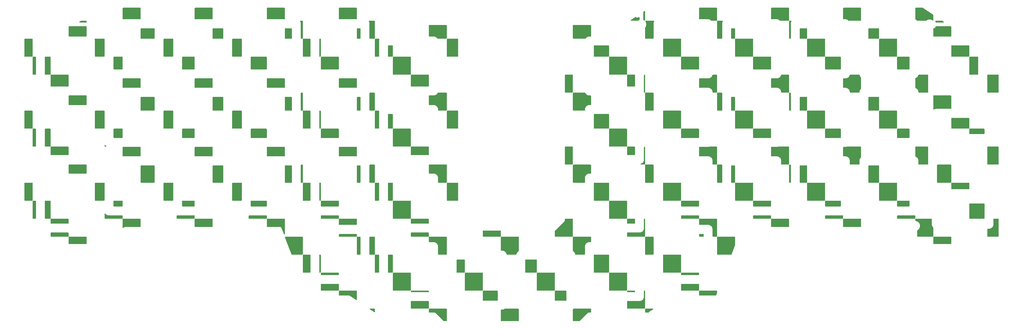
<source format=gbl>
G04 #@! TF.GenerationSoftware,KiCad,Pcbnew,8.0.4*
G04 #@! TF.CreationDate,2024-09-08T19:46:39+09:00*
G04 #@! TF.ProjectId,first_keyboard,66697273-745f-46b6-9579-626f6172642e,rev?*
G04 #@! TF.SameCoordinates,Original*
G04 #@! TF.FileFunction,Copper,L2,Bot*
G04 #@! TF.FilePolarity,Positive*
%FSLAX46Y46*%
G04 Gerber Fmt 4.6, Leading zero omitted, Abs format (unit mm)*
G04 Created by KiCad (PCBNEW 8.0.4) date 2024-09-08 19:46:39*
%MOMM*%
%LPD*%
G01*
G04 APERTURE LIST*
G04 APERTURE END LIST*
G04 #@! TA.AperFunction,NonConductor*
G36*
X159399289Y-112438935D02*
G01*
X159445044Y-112491739D01*
X159456250Y-112543250D01*
X159456250Y-115500500D01*
X159436565Y-115567539D01*
X159383761Y-115613294D01*
X159332250Y-115624500D01*
X154580250Y-115624500D01*
X154513211Y-115604815D01*
X154467456Y-115552011D01*
X154456250Y-115500500D01*
X154456250Y-112543250D01*
X154475935Y-112476211D01*
X154528739Y-112430456D01*
X154580250Y-112419250D01*
X159332250Y-112419250D01*
X159399289Y-112438935D01*
G37*
G04 #@! TD.AperFunction*
G04 #@! TA.AperFunction,NonConductor*
G36*
X139399289Y-112438935D02*
G01*
X139445044Y-112491739D01*
X139456250Y-112543250D01*
X139456250Y-115500500D01*
X139436565Y-115567539D01*
X139383761Y-115613294D01*
X139332250Y-115624500D01*
X134580250Y-115624500D01*
X134513211Y-115604815D01*
X134467456Y-115552011D01*
X134456250Y-115500500D01*
X134456250Y-112543250D01*
X134475935Y-112476211D01*
X134528739Y-112430456D01*
X134580250Y-112419250D01*
X139332250Y-112419250D01*
X139399289Y-112438935D01*
G37*
G04 #@! TD.AperFunction*
G04 #@! TA.AperFunction,NonConductor*
G36*
X119399289Y-112438935D02*
G01*
X119445044Y-112491739D01*
X119456250Y-112543250D01*
X119456250Y-115500500D01*
X119436565Y-115567539D01*
X119383761Y-115613294D01*
X119332250Y-115624500D01*
X114580250Y-115624500D01*
X114513211Y-115604815D01*
X114467456Y-115552011D01*
X114456250Y-115500500D01*
X114456250Y-112543250D01*
X114475935Y-112476211D01*
X114528739Y-112430456D01*
X114580250Y-112419250D01*
X119332250Y-112419250D01*
X119399289Y-112438935D01*
G37*
G04 #@! TD.AperFunction*
G04 #@! TA.AperFunction,NonConductor*
G36*
X99399289Y-112438935D02*
G01*
X99445044Y-112491739D01*
X99456250Y-112543250D01*
X99456250Y-115500500D01*
X99436565Y-115567539D01*
X99383761Y-115613294D01*
X99332250Y-115624500D01*
X94580250Y-115624500D01*
X94513211Y-115604815D01*
X94467456Y-115552011D01*
X94456250Y-115500500D01*
X94456250Y-112543250D01*
X94475935Y-112476211D01*
X94528739Y-112430456D01*
X94580250Y-112419250D01*
X99332250Y-112419250D01*
X99399289Y-112438935D01*
G37*
G04 #@! TD.AperFunction*
G04 #@! TA.AperFunction,NonConductor*
G36*
X239397527Y-113346544D02*
G01*
X239444163Y-113398572D01*
X239456250Y-113451971D01*
X239456250Y-115838868D01*
X239436565Y-115905907D01*
X239383761Y-115951662D01*
X239314603Y-115961606D01*
X239259365Y-115939187D01*
X239164063Y-115869947D01*
X239049454Y-115811550D01*
X238998659Y-115763576D01*
X238981750Y-115701066D01*
X238981750Y-114096134D01*
X238983594Y-114079295D01*
X238983560Y-114079292D01*
X238984268Y-114071197D01*
X238982486Y-114030413D01*
X238982486Y-114019587D01*
X238984268Y-113978803D01*
X238983560Y-113970711D01*
X238983594Y-113970707D01*
X238981750Y-113953866D01*
X238981750Y-113602971D01*
X239001435Y-113535932D01*
X239036964Y-113499799D01*
X239263469Y-113348796D01*
X239330166Y-113327989D01*
X239397527Y-113346544D01*
G37*
G04 #@! TD.AperFunction*
G04 #@! TA.AperFunction,NonConductor*
G36*
X316584206Y-112438935D02*
G01*
X316585950Y-112440076D01*
X319401034Y-114316798D01*
X319445894Y-114370362D01*
X319456250Y-114419971D01*
X319456250Y-115836748D01*
X319436565Y-115903787D01*
X319389509Y-115946736D01*
X319387809Y-115947621D01*
X319319255Y-115961117D01*
X319257665Y-115937952D01*
X319164065Y-115869948D01*
X318974664Y-115773444D01*
X318974663Y-115773443D01*
X318974662Y-115773443D01*
X318772493Y-115707754D01*
X318772491Y-115707753D01*
X318772490Y-115707753D01*
X318611207Y-115682208D01*
X318562537Y-115674500D01*
X318349963Y-115674500D01*
X318301292Y-115682208D01*
X318140010Y-115707753D01*
X317937835Y-115773444D01*
X317748429Y-115869951D01*
X317576462Y-115994891D01*
X317576008Y-115995280D01*
X317575799Y-115995373D01*
X317572516Y-115997759D01*
X317572015Y-115997069D01*
X317512251Y-116023859D01*
X317495465Y-116025000D01*
X315101086Y-116025000D01*
X315034047Y-116005315D01*
X315013405Y-115988681D01*
X314945898Y-115921174D01*
X314945896Y-115921172D01*
X314786655Y-115805476D01*
X314771641Y-115797826D01*
X314611279Y-115716117D01*
X314564956Y-115701066D01*
X314541929Y-115693584D01*
X314484256Y-115654147D01*
X314457058Y-115589788D01*
X314456250Y-115575654D01*
X314456250Y-112543250D01*
X314475935Y-112476211D01*
X314528739Y-112430456D01*
X314580250Y-112419250D01*
X316517167Y-112419250D01*
X316584206Y-112438935D01*
G37*
G04 #@! TD.AperFunction*
G04 #@! TA.AperFunction,NonConductor*
G36*
X299399289Y-112438935D02*
G01*
X299445044Y-112491739D01*
X299456250Y-112543250D01*
X299456250Y-115830164D01*
X299436565Y-115897203D01*
X299419931Y-115917845D01*
X299349095Y-115988681D01*
X299287772Y-116022166D01*
X299261414Y-116025000D01*
X296051086Y-116025000D01*
X295984047Y-116005315D01*
X295963405Y-115988681D01*
X295895898Y-115921174D01*
X295895896Y-115921172D01*
X295736655Y-115805476D01*
X295721641Y-115797826D01*
X295561279Y-115716117D01*
X295374076Y-115655290D01*
X295179672Y-115624500D01*
X295179667Y-115624500D01*
X294580250Y-115624500D01*
X294513211Y-115604815D01*
X294467456Y-115552011D01*
X294456250Y-115500500D01*
X294456250Y-112543250D01*
X294475935Y-112476211D01*
X294528739Y-112430456D01*
X294580250Y-112419250D01*
X299332250Y-112419250D01*
X299399289Y-112438935D01*
G37*
G04 #@! TD.AperFunction*
G04 #@! TA.AperFunction,NonConductor*
G36*
X279399289Y-112438935D02*
G01*
X279445044Y-112491739D01*
X279456250Y-112543250D01*
X279456250Y-115901000D01*
X279436565Y-115968039D01*
X279383761Y-116013794D01*
X279332250Y-116025000D01*
X277001086Y-116025000D01*
X276934047Y-116005315D01*
X276913405Y-115988681D01*
X276845898Y-115921174D01*
X276845896Y-115921172D01*
X276686655Y-115805476D01*
X276671641Y-115797826D01*
X276511279Y-115716117D01*
X276324076Y-115655290D01*
X276129672Y-115624500D01*
X276129667Y-115624500D01*
X274580250Y-115624500D01*
X274513211Y-115604815D01*
X274467456Y-115552011D01*
X274456250Y-115500500D01*
X274456250Y-112543250D01*
X274475935Y-112476211D01*
X274528739Y-112430456D01*
X274580250Y-112419250D01*
X279332250Y-112419250D01*
X279399289Y-112438935D01*
G37*
G04 #@! TD.AperFunction*
G04 #@! TA.AperFunction,NonConductor*
G36*
X259399289Y-112438935D02*
G01*
X259445044Y-112491739D01*
X259456250Y-112543250D01*
X259456250Y-115901000D01*
X259436565Y-115968039D01*
X259383761Y-116013794D01*
X259332250Y-116025000D01*
X257951086Y-116025000D01*
X257884047Y-116005315D01*
X257863405Y-115988681D01*
X257795898Y-115921174D01*
X257795896Y-115921172D01*
X257636655Y-115805476D01*
X257621641Y-115797826D01*
X257461279Y-115716117D01*
X257274076Y-115655290D01*
X257079672Y-115624500D01*
X257079667Y-115624500D01*
X254580250Y-115624500D01*
X254513211Y-115604815D01*
X254467456Y-115552011D01*
X254456250Y-115500500D01*
X254456250Y-112543250D01*
X254475935Y-112476211D01*
X254528739Y-112430456D01*
X254580250Y-112419250D01*
X259332250Y-112419250D01*
X259399289Y-112438935D01*
G37*
G04 #@! TD.AperFunction*
G04 #@! TA.AperFunction,NonConductor*
G36*
X236948014Y-114979552D02*
G01*
X236974158Y-115001204D01*
X236989046Y-115017451D01*
X236989047Y-115017452D01*
X237105744Y-115091796D01*
X237237706Y-115133404D01*
X237375941Y-115139439D01*
X237511029Y-115109490D01*
X237749494Y-114985352D01*
X237818047Y-114971858D01*
X237883014Y-114997568D01*
X237923768Y-115054321D01*
X237930750Y-115095342D01*
X237930750Y-115701066D01*
X237911065Y-115768105D01*
X237863046Y-115811550D01*
X237748432Y-115869949D01*
X237576462Y-115994891D01*
X237576008Y-115995280D01*
X237575799Y-115995373D01*
X237572516Y-115997759D01*
X237572015Y-115997069D01*
X237512251Y-116023859D01*
X237495465Y-116025000D01*
X235658708Y-116025000D01*
X235591669Y-116005315D01*
X235545914Y-115952511D01*
X235535970Y-115883353D01*
X235564995Y-115819797D01*
X235589925Y-115797826D01*
X236035913Y-115500500D01*
X236813956Y-114981804D01*
X236880653Y-114960997D01*
X236948014Y-114979552D01*
G37*
G04 #@! TD.AperFunction*
G04 #@! TA.AperFunction,NonConductor*
G36*
X321992831Y-116044685D02*
G01*
X321994575Y-116045826D01*
X322072070Y-116097489D01*
X322175807Y-116166647D01*
X322235222Y-116206257D01*
X322255229Y-116219595D01*
X322334325Y-116272326D01*
X322379186Y-116325891D01*
X322387966Y-116395207D01*
X322357877Y-116458266D01*
X322298473Y-116495047D01*
X322265542Y-116499500D01*
X320233769Y-116499500D01*
X320166730Y-116479815D01*
X320120975Y-116427011D01*
X320113856Y-116400026D01*
X320112532Y-116400320D01*
X320080824Y-116257301D01*
X320080823Y-116257296D01*
X320054254Y-116206257D01*
X320040759Y-116137703D01*
X320066469Y-116072736D01*
X320123222Y-116031982D01*
X320164243Y-116025000D01*
X321925792Y-116025000D01*
X321992831Y-116044685D01*
G37*
G04 #@! TD.AperFunction*
G04 #@! TA.AperFunction,NonConductor*
G36*
X84399289Y-116044685D02*
G01*
X84445044Y-116097489D01*
X84456250Y-116149000D01*
X84456250Y-116375500D01*
X84436565Y-116442539D01*
X84383761Y-116488294D01*
X84332250Y-116499500D01*
X82546958Y-116499500D01*
X82479919Y-116479815D01*
X82434164Y-116427011D01*
X82424220Y-116357853D01*
X82453245Y-116294297D01*
X82478175Y-116272326D01*
X82557272Y-116219595D01*
X82577279Y-116206257D01*
X82636694Y-116166647D01*
X82740431Y-116097489D01*
X82817925Y-116045826D01*
X82884624Y-116025018D01*
X82886708Y-116025000D01*
X84332250Y-116025000D01*
X84399289Y-116044685D01*
G37*
G04 #@! TD.AperFunction*
G04 #@! TA.AperFunction,NonConductor*
G36*
X324399289Y-117570185D02*
G01*
X324445044Y-117622989D01*
X324456250Y-117674500D01*
X324456250Y-120263000D01*
X324436565Y-120330039D01*
X324383761Y-120375794D01*
X324332250Y-120387000D01*
X319580250Y-120387000D01*
X319513211Y-120367315D01*
X319467456Y-120314511D01*
X319456250Y-120263000D01*
X319456250Y-118261649D01*
X319475935Y-118194610D01*
X319528739Y-118148855D01*
X319574838Y-118137767D01*
X319674793Y-118133403D01*
X319806756Y-118091796D01*
X319923453Y-118017451D01*
X320016933Y-117915436D01*
X320080823Y-117792704D01*
X320107029Y-117674500D01*
X320112532Y-117649680D01*
X320115464Y-117650330D01*
X320135704Y-117598611D01*
X320192300Y-117557640D01*
X320233769Y-117550500D01*
X324332250Y-117550500D01*
X324399289Y-117570185D01*
G37*
G04 #@! TD.AperFunction*
G04 #@! TA.AperFunction,NonConductor*
G36*
X84399289Y-117570185D02*
G01*
X84445044Y-117622989D01*
X84456250Y-117674500D01*
X84456250Y-120263000D01*
X84436565Y-120330039D01*
X84383761Y-120375794D01*
X84332250Y-120387000D01*
X79580250Y-120387000D01*
X79513211Y-120367315D01*
X79467456Y-120314511D01*
X79456250Y-120263000D01*
X79456250Y-117674500D01*
X79475935Y-117607461D01*
X79528739Y-117561706D01*
X79580250Y-117550500D01*
X84332250Y-117550500D01*
X84399289Y-117570185D01*
G37*
G04 #@! TD.AperFunction*
G04 #@! TA.AperFunction,NonConductor*
G36*
X304399289Y-118145185D02*
G01*
X304445044Y-118197989D01*
X304456250Y-118249500D01*
X304456250Y-120901000D01*
X304436565Y-120968039D01*
X304383761Y-121013794D01*
X304332250Y-121025000D01*
X301605750Y-121025000D01*
X301538711Y-121005315D01*
X301492956Y-120952511D01*
X301481750Y-120901000D01*
X301481750Y-118249500D01*
X301501435Y-118182461D01*
X301554239Y-118136706D01*
X301605750Y-118125500D01*
X304332250Y-118125500D01*
X304399289Y-118145185D01*
G37*
G04 #@! TD.AperFunction*
G04 #@! TA.AperFunction,NonConductor*
G36*
X284399289Y-118145185D02*
G01*
X284445044Y-118197989D01*
X284456250Y-118249500D01*
X284456250Y-120901000D01*
X284436565Y-120968039D01*
X284383761Y-121013794D01*
X284332250Y-121025000D01*
X282555750Y-121025000D01*
X282488711Y-121005315D01*
X282442956Y-120952511D01*
X282431750Y-120901000D01*
X282431750Y-118249500D01*
X282451435Y-118182461D01*
X282504239Y-118136706D01*
X282555750Y-118125500D01*
X284332250Y-118125500D01*
X284399289Y-118145185D01*
G37*
G04 #@! TD.AperFunction*
G04 #@! TA.AperFunction,NonConductor*
G36*
X280076783Y-116044685D02*
G01*
X280122538Y-116097489D01*
X280132482Y-116166647D01*
X280112991Y-116214654D01*
X280114272Y-116215439D01*
X280111730Y-116219586D01*
X280022367Y-116394970D01*
X279961540Y-116582173D01*
X279930750Y-116776577D01*
X279930750Y-120901000D01*
X279911065Y-120968039D01*
X279858261Y-121013794D01*
X279806750Y-121025000D01*
X279580250Y-121025000D01*
X279513211Y-121005315D01*
X279467456Y-120952511D01*
X279456250Y-120901000D01*
X279456250Y-116149000D01*
X279475935Y-116081961D01*
X279528739Y-116036206D01*
X279580250Y-116025000D01*
X280009744Y-116025000D01*
X280076783Y-116044685D01*
G37*
G04 #@! TD.AperFunction*
G04 #@! TA.AperFunction,NonConductor*
G36*
X264399289Y-118145185D02*
G01*
X264445044Y-118197989D01*
X264456250Y-118249500D01*
X264456250Y-120901000D01*
X264436565Y-120968039D01*
X264383761Y-121013794D01*
X264332250Y-121025000D01*
X263505750Y-121025000D01*
X263438711Y-121005315D01*
X263392956Y-120952511D01*
X263381750Y-120901000D01*
X263381750Y-118249500D01*
X263401435Y-118182461D01*
X263454239Y-118136706D01*
X263505750Y-118125500D01*
X264332250Y-118125500D01*
X264399289Y-118145185D01*
G37*
G04 #@! TD.AperFunction*
G04 #@! TA.AperFunction,NonConductor*
G36*
X261026783Y-116044685D02*
G01*
X261072538Y-116097489D01*
X261082482Y-116166647D01*
X261062991Y-116214654D01*
X261064272Y-116215439D01*
X261061730Y-116219586D01*
X260972367Y-116394970D01*
X260911540Y-116582173D01*
X260880750Y-116776577D01*
X260880750Y-120901000D01*
X260861065Y-120968039D01*
X260808261Y-121013794D01*
X260756750Y-121025000D01*
X259580250Y-121025000D01*
X259513211Y-121005315D01*
X259467456Y-120952511D01*
X259456250Y-120901000D01*
X259456250Y-116149000D01*
X259475935Y-116081961D01*
X259528739Y-116036206D01*
X259580250Y-116025000D01*
X260959744Y-116025000D01*
X261026783Y-116044685D01*
G37*
G04 #@! TD.AperFunction*
G04 #@! TA.AperFunction,NonConductor*
G36*
X241976783Y-116044685D02*
G01*
X242022538Y-116097489D01*
X242032482Y-116166647D01*
X242012991Y-116214654D01*
X242014272Y-116215439D01*
X242011730Y-116219586D01*
X241922367Y-116394970D01*
X241861540Y-116582173D01*
X241830750Y-116776577D01*
X241830750Y-120901000D01*
X241811065Y-120968039D01*
X241758261Y-121013794D01*
X241706750Y-121025000D01*
X239580250Y-121025000D01*
X239513211Y-121005315D01*
X239467456Y-120952511D01*
X239456250Y-120901000D01*
X239456250Y-117985785D01*
X239475935Y-117918746D01*
X239485970Y-117905242D01*
X239486358Y-117904787D01*
X239611298Y-117732820D01*
X239611297Y-117732820D01*
X239611301Y-117732816D01*
X239707807Y-117543412D01*
X239773496Y-117341243D01*
X239806750Y-117131287D01*
X239806750Y-116918713D01*
X239773496Y-116708757D01*
X239707807Y-116506588D01*
X239611301Y-116317184D01*
X239542063Y-116221885D01*
X239518584Y-116156078D01*
X239534410Y-116088024D01*
X239584516Y-116039330D01*
X239642382Y-116025000D01*
X241909744Y-116025000D01*
X241976783Y-116044685D01*
G37*
G04 #@! TD.AperFunction*
G04 #@! TA.AperFunction,NonConductor*
G36*
X224399289Y-117201435D02*
G01*
X224445044Y-117254239D01*
X224456250Y-117305750D01*
X224456250Y-120263000D01*
X224436565Y-120330039D01*
X224383761Y-120375794D01*
X224332250Y-120387000D01*
X223932828Y-120387000D01*
X223738423Y-120417790D01*
X223551220Y-120478617D01*
X223375844Y-120567976D01*
X223284991Y-120633985D01*
X223216604Y-120683672D01*
X223216602Y-120683674D01*
X223216601Y-120683674D01*
X223077423Y-120822852D01*
X222967690Y-120973886D01*
X222912359Y-121016551D01*
X222867372Y-121025000D01*
X219580250Y-121025000D01*
X219513211Y-121005315D01*
X219467456Y-120952511D01*
X219456250Y-120901000D01*
X219456250Y-117305750D01*
X219475935Y-117238711D01*
X219528739Y-117192956D01*
X219580250Y-117181750D01*
X224332250Y-117181750D01*
X224399289Y-117201435D01*
G37*
G04 #@! TD.AperFunction*
G04 #@! TA.AperFunction,NonConductor*
G36*
X184399289Y-117201435D02*
G01*
X184445044Y-117254239D01*
X184456250Y-117305750D01*
X184456250Y-120901000D01*
X184436565Y-120968039D01*
X184383761Y-121013794D01*
X184332250Y-121025000D01*
X181945128Y-121025000D01*
X181878089Y-121005315D01*
X181844810Y-120973886D01*
X181791855Y-120901000D01*
X181735078Y-120822854D01*
X181595896Y-120683672D01*
X181436655Y-120567976D01*
X181261279Y-120478617D01*
X181074076Y-120417790D01*
X180879672Y-120387000D01*
X180879667Y-120387000D01*
X179580250Y-120387000D01*
X179513211Y-120367315D01*
X179467456Y-120314511D01*
X179456250Y-120263000D01*
X179456250Y-117305750D01*
X179475935Y-117238711D01*
X179528739Y-117192956D01*
X179580250Y-117181750D01*
X184332250Y-117181750D01*
X184399289Y-117201435D01*
G37*
G04 #@! TD.AperFunction*
G04 #@! TA.AperFunction,NonConductor*
G36*
X164399289Y-116044685D02*
G01*
X164445044Y-116097489D01*
X164456250Y-116149000D01*
X164456250Y-120901000D01*
X164436565Y-120968039D01*
X164383761Y-121013794D01*
X164332250Y-121025000D01*
X163105750Y-121025000D01*
X163038711Y-121005315D01*
X162992956Y-120952511D01*
X162981750Y-120901000D01*
X162981750Y-116776577D01*
X162950959Y-116582173D01*
X162917700Y-116479815D01*
X162890134Y-116394975D01*
X162890132Y-116394972D01*
X162890132Y-116394970D01*
X162838836Y-116294297D01*
X162800774Y-116219595D01*
X162800772Y-116219593D01*
X162800769Y-116219586D01*
X162798228Y-116215439D01*
X162799800Y-116214475D01*
X162778960Y-116156102D01*
X162794772Y-116088046D01*
X162844868Y-116039341D01*
X162902756Y-116025000D01*
X164332250Y-116025000D01*
X164399289Y-116044685D01*
G37*
G04 #@! TD.AperFunction*
G04 #@! TA.AperFunction,NonConductor*
G36*
X160423789Y-118145185D02*
G01*
X160469544Y-118197989D01*
X160480750Y-118249500D01*
X160480750Y-120901000D01*
X160461065Y-120968039D01*
X160408261Y-121013794D01*
X160356750Y-121025000D01*
X159580250Y-121025000D01*
X159513211Y-121005315D01*
X159467456Y-120952511D01*
X159456250Y-120901000D01*
X159456250Y-118249500D01*
X159475935Y-118182461D01*
X159528739Y-118136706D01*
X159580250Y-118125500D01*
X160356750Y-118125500D01*
X160423789Y-118145185D01*
G37*
G04 #@! TD.AperFunction*
G04 #@! TA.AperFunction,NonConductor*
G36*
X144399289Y-116044685D02*
G01*
X144445044Y-116097489D01*
X144456250Y-116149000D01*
X144456250Y-120901000D01*
X144436565Y-120968039D01*
X144383761Y-121013794D01*
X144332250Y-121025000D01*
X144055750Y-121025000D01*
X143988711Y-121005315D01*
X143942956Y-120952511D01*
X143931750Y-120901000D01*
X143931750Y-116776577D01*
X143900959Y-116582173D01*
X143867700Y-116479815D01*
X143840134Y-116394975D01*
X143840132Y-116394972D01*
X143840132Y-116394970D01*
X143788836Y-116294297D01*
X143750774Y-116219595D01*
X143750772Y-116219593D01*
X143750769Y-116219586D01*
X143748228Y-116215439D01*
X143749800Y-116214475D01*
X143728960Y-116156102D01*
X143744772Y-116088046D01*
X143794868Y-116039341D01*
X143852756Y-116025000D01*
X144332250Y-116025000D01*
X144399289Y-116044685D01*
G37*
G04 #@! TD.AperFunction*
G04 #@! TA.AperFunction,NonConductor*
G36*
X141373789Y-118145185D02*
G01*
X141419544Y-118197989D01*
X141430750Y-118249500D01*
X141430750Y-120901000D01*
X141411065Y-120968039D01*
X141358261Y-121013794D01*
X141306750Y-121025000D01*
X139580250Y-121025000D01*
X139513211Y-121005315D01*
X139467456Y-120952511D01*
X139456250Y-120901000D01*
X139456250Y-118249500D01*
X139475935Y-118182461D01*
X139528739Y-118136706D01*
X139580250Y-118125500D01*
X141306750Y-118125500D01*
X141373789Y-118145185D01*
G37*
G04 #@! TD.AperFunction*
G04 #@! TA.AperFunction,NonConductor*
G36*
X122323789Y-118145185D02*
G01*
X122369544Y-118197989D01*
X122380750Y-118249500D01*
X122380750Y-120901000D01*
X122361065Y-120968039D01*
X122308261Y-121013794D01*
X122256750Y-121025000D01*
X119580250Y-121025000D01*
X119513211Y-121005315D01*
X119467456Y-120952511D01*
X119456250Y-120901000D01*
X119456250Y-118249500D01*
X119475935Y-118182461D01*
X119528739Y-118136706D01*
X119580250Y-118125500D01*
X122256750Y-118125500D01*
X122323789Y-118145185D01*
G37*
G04 #@! TD.AperFunction*
G04 #@! TA.AperFunction,NonConductor*
G36*
X103273789Y-118145185D02*
G01*
X103319544Y-118197989D01*
X103330750Y-118249500D01*
X103330750Y-120901000D01*
X103311065Y-120968039D01*
X103258261Y-121013794D01*
X103206750Y-121025000D01*
X99580250Y-121025000D01*
X99513211Y-121005315D01*
X99467456Y-120952511D01*
X99456250Y-120901000D01*
X99456250Y-118249500D01*
X99475935Y-118182461D01*
X99528739Y-118136706D01*
X99580250Y-118125500D01*
X103206750Y-118125500D01*
X103273789Y-118145185D01*
G37*
G04 #@! TD.AperFunction*
G04 #@! TA.AperFunction,NonConductor*
G36*
X329399289Y-122907685D02*
G01*
X329445044Y-122960489D01*
X329456250Y-123012000D01*
X329456250Y-125901000D01*
X329436565Y-125968039D01*
X329383761Y-126013794D01*
X329332250Y-126025000D01*
X324580250Y-126025000D01*
X324513211Y-126005315D01*
X324467456Y-125952511D01*
X324456250Y-125901000D01*
X324456250Y-123012000D01*
X324475935Y-122944961D01*
X324528739Y-122899206D01*
X324580250Y-122888000D01*
X329332250Y-122888000D01*
X329399289Y-122907685D01*
G37*
G04 #@! TD.AperFunction*
G04 #@! TA.AperFunction,NonConductor*
G36*
X309399289Y-121044685D02*
G01*
X309445044Y-121097489D01*
X309456250Y-121149000D01*
X309456250Y-125901000D01*
X309436565Y-125968039D01*
X309383761Y-126013794D01*
X309332250Y-126025000D01*
X304580250Y-126025000D01*
X304513211Y-126005315D01*
X304467456Y-125952511D01*
X304456250Y-125901000D01*
X304456250Y-121149000D01*
X304475935Y-121081961D01*
X304528739Y-121036206D01*
X304580250Y-121025000D01*
X309332250Y-121025000D01*
X309399289Y-121044685D01*
G37*
G04 #@! TD.AperFunction*
G04 #@! TA.AperFunction,NonConductor*
G36*
X289399289Y-121044685D02*
G01*
X289445044Y-121097489D01*
X289456250Y-121149000D01*
X289456250Y-125901000D01*
X289436565Y-125968039D01*
X289383761Y-126013794D01*
X289332250Y-126025000D01*
X284580250Y-126025000D01*
X284513211Y-126005315D01*
X284467456Y-125952511D01*
X284456250Y-125901000D01*
X284456250Y-121149000D01*
X284475935Y-121081961D01*
X284528739Y-121036206D01*
X284580250Y-121025000D01*
X289332250Y-121025000D01*
X289399289Y-121044685D01*
G37*
G04 #@! TD.AperFunction*
G04 #@! TA.AperFunction,NonConductor*
G36*
X269399289Y-121044685D02*
G01*
X269445044Y-121097489D01*
X269456250Y-121149000D01*
X269456250Y-125901000D01*
X269436565Y-125968039D01*
X269383761Y-126013794D01*
X269332250Y-126025000D01*
X264580250Y-126025000D01*
X264513211Y-126005315D01*
X264467456Y-125952511D01*
X264456250Y-125901000D01*
X264456250Y-121149000D01*
X264475935Y-121081961D01*
X264528739Y-121036206D01*
X264580250Y-121025000D01*
X269332250Y-121025000D01*
X269399289Y-121044685D01*
G37*
G04 #@! TD.AperFunction*
G04 #@! TA.AperFunction,NonConductor*
G36*
X249399289Y-121044685D02*
G01*
X249445044Y-121097489D01*
X249456250Y-121149000D01*
X249456250Y-125901000D01*
X249436565Y-125968039D01*
X249383761Y-126013794D01*
X249332250Y-126025000D01*
X244580250Y-126025000D01*
X244513211Y-126005315D01*
X244467456Y-125952511D01*
X244456250Y-125901000D01*
X244456250Y-121149000D01*
X244475935Y-121081961D01*
X244528739Y-121036206D01*
X244580250Y-121025000D01*
X249332250Y-121025000D01*
X249399289Y-121044685D01*
G37*
G04 #@! TD.AperFunction*
G04 #@! TA.AperFunction,NonConductor*
G36*
X229399289Y-122907685D02*
G01*
X229445044Y-122960489D01*
X229456250Y-123012000D01*
X229456250Y-125901000D01*
X229436565Y-125968039D01*
X229383761Y-126013794D01*
X229332250Y-126025000D01*
X225405750Y-126025000D01*
X225338711Y-126005315D01*
X225292956Y-125952511D01*
X225281750Y-125901000D01*
X225281750Y-123012000D01*
X225301435Y-122944961D01*
X225354239Y-122899206D01*
X225405750Y-122888000D01*
X229332250Y-122888000D01*
X229399289Y-122907685D01*
G37*
G04 #@! TD.AperFunction*
G04 #@! TA.AperFunction,NonConductor*
G36*
X187561289Y-121044685D02*
G01*
X187607044Y-121097489D01*
X187618250Y-121149000D01*
X187618250Y-125901000D01*
X187598565Y-125968039D01*
X187545761Y-126013794D01*
X187494250Y-126025000D01*
X184580250Y-126025000D01*
X184513211Y-126005315D01*
X184467456Y-125952511D01*
X184456250Y-125901000D01*
X184456250Y-121149000D01*
X184475935Y-121081961D01*
X184528739Y-121036206D01*
X184580250Y-121025000D01*
X187494250Y-121025000D01*
X187561289Y-121044685D01*
G37*
G04 #@! TD.AperFunction*
G04 #@! TA.AperFunction,NonConductor*
G36*
X169399289Y-122907685D02*
G01*
X169445044Y-122960489D01*
X169456250Y-123012000D01*
X169456250Y-125901000D01*
X169436565Y-125968039D01*
X169383761Y-126013794D01*
X169332250Y-126025000D01*
X168255750Y-126025000D01*
X168188711Y-126005315D01*
X168142956Y-125952511D01*
X168131750Y-125901000D01*
X168131750Y-123012000D01*
X168151435Y-122944961D01*
X168204239Y-122899206D01*
X168255750Y-122888000D01*
X169332250Y-122888000D01*
X169399289Y-122907685D01*
G37*
G04 #@! TD.AperFunction*
G04 #@! TA.AperFunction,NonConductor*
G36*
X165661778Y-121044685D02*
G01*
X165707533Y-121097489D01*
X165717477Y-121166647D01*
X165712672Y-121187308D01*
X165691182Y-121253448D01*
X165661540Y-121344673D01*
X165630750Y-121539077D01*
X165630750Y-125901000D01*
X165611065Y-125968039D01*
X165558261Y-126013794D01*
X165506750Y-126025000D01*
X164580250Y-126025000D01*
X164513211Y-126005315D01*
X164467456Y-125952511D01*
X164456250Y-125901000D01*
X164456250Y-121149000D01*
X164475935Y-121081961D01*
X164528739Y-121036206D01*
X164580250Y-121025000D01*
X165594739Y-121025000D01*
X165661778Y-121044685D01*
G37*
G04 #@! TD.AperFunction*
G04 #@! TA.AperFunction,NonConductor*
G36*
X149399289Y-121044685D02*
G01*
X149445044Y-121097489D01*
X149456250Y-121149000D01*
X149456250Y-125901000D01*
X149436565Y-125968039D01*
X149383761Y-126013794D01*
X149332250Y-126025000D01*
X149205750Y-126025000D01*
X149138711Y-126005315D01*
X149092956Y-125952511D01*
X149081750Y-125901000D01*
X149081750Y-121149000D01*
X149101435Y-121081961D01*
X149154239Y-121036206D01*
X149205750Y-121025000D01*
X149332250Y-121025000D01*
X149399289Y-121044685D01*
G37*
G04 #@! TD.AperFunction*
G04 #@! TA.AperFunction,NonConductor*
G36*
X146523789Y-121044685D02*
G01*
X146569544Y-121097489D01*
X146580750Y-121149000D01*
X146580750Y-125901000D01*
X146561065Y-125968039D01*
X146508261Y-126013794D01*
X146456750Y-126025000D01*
X144580250Y-126025000D01*
X144513211Y-126005315D01*
X144467456Y-125952511D01*
X144456250Y-125901000D01*
X144456250Y-121149000D01*
X144475935Y-121081961D01*
X144528739Y-121036206D01*
X144580250Y-121025000D01*
X146456750Y-121025000D01*
X146523789Y-121044685D01*
G37*
G04 #@! TD.AperFunction*
G04 #@! TA.AperFunction,NonConductor*
G36*
X127473789Y-121044685D02*
G01*
X127519544Y-121097489D01*
X127530750Y-121149000D01*
X127530750Y-125901000D01*
X127511065Y-125968039D01*
X127458261Y-126013794D01*
X127406750Y-126025000D01*
X125005750Y-126025000D01*
X124938711Y-126005315D01*
X124892956Y-125952511D01*
X124881750Y-125901000D01*
X124881750Y-121149000D01*
X124901435Y-121081961D01*
X124954239Y-121036206D01*
X125005750Y-121025000D01*
X127406750Y-121025000D01*
X127473789Y-121044685D01*
G37*
G04 #@! TD.AperFunction*
G04 #@! TA.AperFunction,NonConductor*
G36*
X108423789Y-121044685D02*
G01*
X108469544Y-121097489D01*
X108480750Y-121149000D01*
X108480750Y-125901000D01*
X108461065Y-125968039D01*
X108408261Y-126013794D01*
X108356750Y-126025000D01*
X105955750Y-126025000D01*
X105888711Y-126005315D01*
X105842956Y-125952511D01*
X105831750Y-125901000D01*
X105831750Y-121149000D01*
X105851435Y-121081961D01*
X105904239Y-121036206D01*
X105955750Y-121025000D01*
X108356750Y-121025000D01*
X108423789Y-121044685D01*
G37*
G04 #@! TD.AperFunction*
G04 #@! TA.AperFunction,NonConductor*
G36*
X89373789Y-121044685D02*
G01*
X89419544Y-121097489D01*
X89430750Y-121149000D01*
X89430750Y-125901000D01*
X89411065Y-125968039D01*
X89358261Y-126013794D01*
X89306750Y-126025000D01*
X86905750Y-126025000D01*
X86838711Y-126005315D01*
X86792956Y-125952511D01*
X86781750Y-125901000D01*
X86781750Y-121539077D01*
X86750959Y-121344673D01*
X86738034Y-121304896D01*
X86699829Y-121187315D01*
X86697835Y-121117478D01*
X86733915Y-121057645D01*
X86796615Y-121026816D01*
X86817761Y-121025000D01*
X89306750Y-121025000D01*
X89373789Y-121044685D01*
G37*
G04 #@! TD.AperFunction*
G04 #@! TA.AperFunction,NonConductor*
G36*
X69399289Y-121044685D02*
G01*
X69445044Y-121097489D01*
X69456250Y-121149000D01*
X69456250Y-125901000D01*
X69436565Y-125968039D01*
X69383761Y-126013794D01*
X69332250Y-126025000D01*
X67299500Y-126025000D01*
X67232461Y-126005315D01*
X67186706Y-125952511D01*
X67175500Y-125901000D01*
X67175500Y-121149000D01*
X67195185Y-121081961D01*
X67247989Y-121036206D01*
X67299500Y-121025000D01*
X69332250Y-121025000D01*
X69399289Y-121044685D01*
G37*
G04 #@! TD.AperFunction*
G04 #@! TA.AperFunction,NonConductor*
G36*
X312823789Y-126044685D02*
G01*
X312869544Y-126097489D01*
X312880750Y-126149000D01*
X312880750Y-129400500D01*
X312861065Y-129467539D01*
X312808261Y-129513294D01*
X312756750Y-129524500D01*
X309580250Y-129524500D01*
X309513211Y-129504815D01*
X309467456Y-129452011D01*
X309456250Y-129400500D01*
X309456250Y-126149000D01*
X309475935Y-126081961D01*
X309528739Y-126036206D01*
X309580250Y-126025000D01*
X312756750Y-126025000D01*
X312823789Y-126044685D01*
G37*
G04 #@! TD.AperFunction*
G04 #@! TA.AperFunction,NonConductor*
G36*
X293773789Y-126044685D02*
G01*
X293819544Y-126097489D01*
X293830750Y-126149000D01*
X293830750Y-129400500D01*
X293811065Y-129467539D01*
X293758261Y-129513294D01*
X293706750Y-129524500D01*
X289580250Y-129524500D01*
X289513211Y-129504815D01*
X289467456Y-129452011D01*
X289456250Y-129400500D01*
X289456250Y-126149000D01*
X289475935Y-126081961D01*
X289528739Y-126036206D01*
X289580250Y-126025000D01*
X293706750Y-126025000D01*
X293773789Y-126044685D01*
G37*
G04 #@! TD.AperFunction*
G04 #@! TA.AperFunction,NonConductor*
G36*
X274399289Y-126044685D02*
G01*
X274445044Y-126097489D01*
X274456250Y-126149000D01*
X274456250Y-129400500D01*
X274436565Y-129467539D01*
X274383761Y-129513294D01*
X274332250Y-129524500D01*
X269580250Y-129524500D01*
X269513211Y-129504815D01*
X269467456Y-129452011D01*
X269456250Y-129400500D01*
X269456250Y-126149000D01*
X269475935Y-126081961D01*
X269528739Y-126036206D01*
X269580250Y-126025000D01*
X274332250Y-126025000D01*
X274399289Y-126044685D01*
G37*
G04 #@! TD.AperFunction*
G04 #@! TA.AperFunction,NonConductor*
G36*
X254399289Y-126044685D02*
G01*
X254445044Y-126097489D01*
X254456250Y-126149000D01*
X254456250Y-129400500D01*
X254436565Y-129467539D01*
X254383761Y-129513294D01*
X254332250Y-129524500D01*
X249580250Y-129524500D01*
X249513211Y-129504815D01*
X249467456Y-129452011D01*
X249456250Y-129400500D01*
X249456250Y-126149000D01*
X249475935Y-126081961D01*
X249528739Y-126036206D01*
X249580250Y-126025000D01*
X254332250Y-126025000D01*
X254399289Y-126044685D01*
G37*
G04 #@! TD.AperFunction*
G04 #@! TA.AperFunction,NonConductor*
G36*
X154399289Y-126044685D02*
G01*
X154445044Y-126097489D01*
X154456250Y-126149000D01*
X154456250Y-129400500D01*
X154436565Y-129467539D01*
X154383761Y-129513294D01*
X154332250Y-129524500D01*
X149580250Y-129524500D01*
X149513211Y-129504815D01*
X149467456Y-129452011D01*
X149456250Y-129400500D01*
X149456250Y-126149000D01*
X149475935Y-126081961D01*
X149528739Y-126036206D01*
X149580250Y-126025000D01*
X154332250Y-126025000D01*
X154399289Y-126044685D01*
G37*
G04 #@! TD.AperFunction*
G04 #@! TA.AperFunction,NonConductor*
G36*
X134399289Y-126044685D02*
G01*
X134445044Y-126097489D01*
X134456250Y-126149000D01*
X134456250Y-129400500D01*
X134436565Y-129467539D01*
X134383761Y-129513294D01*
X134332250Y-129524500D01*
X130155750Y-129524500D01*
X130088711Y-129504815D01*
X130042956Y-129452011D01*
X130031750Y-129400500D01*
X130031750Y-126149000D01*
X130051435Y-126081961D01*
X130104239Y-126036206D01*
X130155750Y-126025000D01*
X134332250Y-126025000D01*
X134399289Y-126044685D01*
G37*
G04 #@! TD.AperFunction*
G04 #@! TA.AperFunction,NonConductor*
G36*
X114399289Y-126044685D02*
G01*
X114445044Y-126097489D01*
X114456250Y-126149000D01*
X114456250Y-129400500D01*
X114436565Y-129467539D01*
X114383761Y-129513294D01*
X114332250Y-129524500D01*
X111105750Y-129524500D01*
X111038711Y-129504815D01*
X110992956Y-129452011D01*
X110981750Y-129400500D01*
X110981750Y-126149000D01*
X111001435Y-126081961D01*
X111054239Y-126036206D01*
X111105750Y-126025000D01*
X114332250Y-126025000D01*
X114399289Y-126044685D01*
G37*
G04 #@! TD.AperFunction*
G04 #@! TA.AperFunction,NonConductor*
G36*
X94399289Y-126044685D02*
G01*
X94445044Y-126097489D01*
X94456250Y-126149000D01*
X94456250Y-129400500D01*
X94436565Y-129467539D01*
X94383761Y-129513294D01*
X94332250Y-129524500D01*
X92055750Y-129524500D01*
X91988711Y-129504815D01*
X91942956Y-129452011D01*
X91931750Y-129400500D01*
X91931750Y-126149000D01*
X91951435Y-126081961D01*
X92004239Y-126036206D01*
X92055750Y-126025000D01*
X94332250Y-126025000D01*
X94399289Y-126044685D01*
G37*
G04 #@! TD.AperFunction*
G04 #@! TA.AperFunction,NonConductor*
G36*
X331873789Y-126044685D02*
G01*
X331919544Y-126097489D01*
X331930750Y-126149000D01*
X331930750Y-130901000D01*
X331911065Y-130968039D01*
X331858261Y-131013794D01*
X331806750Y-131025000D01*
X329580250Y-131025000D01*
X329513211Y-131005315D01*
X329467456Y-130952511D01*
X329456250Y-130901000D01*
X329456250Y-126149000D01*
X329475935Y-126081961D01*
X329528739Y-126036206D01*
X329580250Y-126025000D01*
X331806750Y-126025000D01*
X331873789Y-126044685D01*
G37*
G04 #@! TD.AperFunction*
G04 #@! TA.AperFunction,NonConductor*
G36*
X234399289Y-126044685D02*
G01*
X234445044Y-126097489D01*
X234456250Y-126149000D01*
X234456250Y-130901000D01*
X234436565Y-130968039D01*
X234383761Y-131013794D01*
X234332250Y-131025000D01*
X229580250Y-131025000D01*
X229513211Y-131005315D01*
X229467456Y-130952511D01*
X229456250Y-130901000D01*
X229456250Y-126149000D01*
X229475935Y-126081961D01*
X229528739Y-126036206D01*
X229580250Y-126025000D01*
X234332250Y-126025000D01*
X234399289Y-126044685D01*
G37*
G04 #@! TD.AperFunction*
G04 #@! TA.AperFunction,NonConductor*
G36*
X174399289Y-126044685D02*
G01*
X174445044Y-126097489D01*
X174456250Y-126149000D01*
X174456250Y-130901000D01*
X174436565Y-130968039D01*
X174383761Y-131013794D01*
X174332250Y-131025000D01*
X169580250Y-131025000D01*
X169513211Y-131005315D01*
X169467456Y-130952511D01*
X169456250Y-130901000D01*
X169456250Y-126149000D01*
X169475935Y-126081961D01*
X169528739Y-126036206D01*
X169580250Y-126025000D01*
X174332250Y-126025000D01*
X174399289Y-126044685D01*
G37*
G04 #@! TD.AperFunction*
G04 #@! TA.AperFunction,NonConductor*
G36*
X74399289Y-126044685D02*
G01*
X74445044Y-126097489D01*
X74456250Y-126149000D01*
X74456250Y-130901000D01*
X74436565Y-130968039D01*
X74383761Y-131013794D01*
X74332250Y-131025000D01*
X73005750Y-131025000D01*
X72938711Y-131005315D01*
X72892956Y-130952511D01*
X72881750Y-130901000D01*
X72881750Y-126149000D01*
X72901435Y-126081961D01*
X72954239Y-126036206D01*
X73005750Y-126025000D01*
X74332250Y-126025000D01*
X74399289Y-126044685D01*
G37*
G04 #@! TD.AperFunction*
G04 #@! TA.AperFunction,NonConductor*
G36*
X70323789Y-126044685D02*
G01*
X70369544Y-126097489D01*
X70380750Y-126149000D01*
X70380750Y-130901000D01*
X70361065Y-130968039D01*
X70308261Y-131013794D01*
X70256750Y-131025000D01*
X69580250Y-131025000D01*
X69513211Y-131005315D01*
X69467456Y-130952511D01*
X69456250Y-130901000D01*
X69456250Y-126149000D01*
X69475935Y-126081961D01*
X69528739Y-126036206D01*
X69580250Y-126025000D01*
X70256750Y-126025000D01*
X70323789Y-126044685D01*
G37*
G04 #@! TD.AperFunction*
G04 #@! TA.AperFunction,NonConductor*
G36*
X236623789Y-131044685D02*
G01*
X236669544Y-131097489D01*
X236680750Y-131149000D01*
X236680750Y-134163000D01*
X236661065Y-134230039D01*
X236608261Y-134275794D01*
X236556750Y-134287000D01*
X234580250Y-134287000D01*
X234513211Y-134267315D01*
X234467456Y-134214511D01*
X234456250Y-134163000D01*
X234456250Y-131149000D01*
X234475935Y-131081961D01*
X234528739Y-131036206D01*
X234580250Y-131025000D01*
X236556750Y-131025000D01*
X236623789Y-131044685D01*
G37*
G04 #@! TD.AperFunction*
G04 #@! TA.AperFunction,NonConductor*
G36*
X179399289Y-131044685D02*
G01*
X179445044Y-131097489D01*
X179456250Y-131149000D01*
X179456250Y-134163000D01*
X179436565Y-134230039D01*
X179383761Y-134275794D01*
X179332250Y-134287000D01*
X174580250Y-134287000D01*
X174513211Y-134267315D01*
X174467456Y-134214511D01*
X174456250Y-134163000D01*
X174456250Y-131149000D01*
X174475935Y-131081961D01*
X174528739Y-131036206D01*
X174580250Y-131025000D01*
X179332250Y-131025000D01*
X179399289Y-131044685D01*
G37*
G04 #@! TD.AperFunction*
G04 #@! TA.AperFunction,NonConductor*
G36*
X79399289Y-131044685D02*
G01*
X79445044Y-131097489D01*
X79456250Y-131149000D01*
X79456250Y-134163000D01*
X79436565Y-134230039D01*
X79383761Y-134275794D01*
X79332250Y-134287000D01*
X74580250Y-134287000D01*
X74513211Y-134267315D01*
X74467456Y-134214511D01*
X74456250Y-134163000D01*
X74456250Y-131149000D01*
X74475935Y-131081961D01*
X74528739Y-131036206D01*
X74580250Y-131025000D01*
X79332250Y-131025000D01*
X79399289Y-131044685D01*
G37*
G04 #@! TD.AperFunction*
G04 #@! TA.AperFunction,NonConductor*
G36*
X159399289Y-132045185D02*
G01*
X159445044Y-132097989D01*
X159456250Y-132149500D01*
X159456250Y-134550500D01*
X159436565Y-134617539D01*
X159383761Y-134663294D01*
X159332250Y-134674500D01*
X154580250Y-134674500D01*
X154513211Y-134654815D01*
X154467456Y-134602011D01*
X154456250Y-134550500D01*
X154456250Y-132149500D01*
X154475935Y-132082461D01*
X154528739Y-132036706D01*
X154580250Y-132025500D01*
X159332250Y-132025500D01*
X159399289Y-132045185D01*
G37*
G04 #@! TD.AperFunction*
G04 #@! TA.AperFunction,NonConductor*
G36*
X139399289Y-132045185D02*
G01*
X139445044Y-132097989D01*
X139456250Y-132149500D01*
X139456250Y-134550500D01*
X139436565Y-134617539D01*
X139383761Y-134663294D01*
X139332250Y-134674500D01*
X134580250Y-134674500D01*
X134513211Y-134654815D01*
X134467456Y-134602011D01*
X134456250Y-134550500D01*
X134456250Y-132149500D01*
X134475935Y-132082461D01*
X134528739Y-132036706D01*
X134580250Y-132025500D01*
X139332250Y-132025500D01*
X139399289Y-132045185D01*
G37*
G04 #@! TD.AperFunction*
G04 #@! TA.AperFunction,NonConductor*
G36*
X119399289Y-132045185D02*
G01*
X119445044Y-132097989D01*
X119456250Y-132149500D01*
X119456250Y-134550500D01*
X119436565Y-134617539D01*
X119383761Y-134663294D01*
X119332250Y-134674500D01*
X114580250Y-134674500D01*
X114513211Y-134654815D01*
X114467456Y-134602011D01*
X114456250Y-134550500D01*
X114456250Y-132149500D01*
X114475935Y-132082461D01*
X114528739Y-132036706D01*
X114580250Y-132025500D01*
X119332250Y-132025500D01*
X119399289Y-132045185D01*
G37*
G04 #@! TD.AperFunction*
G04 #@! TA.AperFunction,NonConductor*
G36*
X99399289Y-132045185D02*
G01*
X99445044Y-132097989D01*
X99456250Y-132149500D01*
X99456250Y-134550500D01*
X99436565Y-134617539D01*
X99383761Y-134663294D01*
X99332250Y-134674500D01*
X94580250Y-134674500D01*
X94513211Y-134654815D01*
X94467456Y-134602011D01*
X94456250Y-134550500D01*
X94456250Y-132149500D01*
X94475935Y-132082461D01*
X94528739Y-132036706D01*
X94580250Y-132025500D01*
X99332250Y-132025500D01*
X99399289Y-132045185D01*
G37*
G04 #@! TD.AperFunction*
G04 #@! TA.AperFunction,NonConductor*
G36*
X337580039Y-131044685D02*
G01*
X337625794Y-131097489D01*
X337637000Y-131149000D01*
X337637000Y-135901000D01*
X337617315Y-135968039D01*
X337564511Y-136013794D01*
X337513000Y-136025000D01*
X334580250Y-136025000D01*
X334513211Y-136005315D01*
X334467456Y-135952511D01*
X334456250Y-135901000D01*
X334456250Y-131149000D01*
X334475935Y-131081961D01*
X334528739Y-131036206D01*
X334580250Y-131025000D01*
X337513000Y-131025000D01*
X337580039Y-131044685D01*
G37*
G04 #@! TD.AperFunction*
G04 #@! TA.AperFunction,NonConductor*
G36*
X317973789Y-131044685D02*
G01*
X318019544Y-131097489D01*
X318030750Y-131149000D01*
X318030750Y-135635922D01*
X318061541Y-135830327D01*
X318061542Y-135830333D01*
X318072053Y-135862680D01*
X318074050Y-135932521D01*
X318037970Y-135992355D01*
X317975269Y-136023184D01*
X317954123Y-136025000D01*
X315505750Y-136025000D01*
X315438711Y-136005315D01*
X315392956Y-135952511D01*
X315381750Y-135901000D01*
X315381750Y-135826577D01*
X315350959Y-135632173D01*
X315290132Y-135444970D01*
X315200773Y-135269594D01*
X315085078Y-135110354D01*
X314945896Y-134971172D01*
X314786655Y-134855476D01*
X314611279Y-134766117D01*
X314580538Y-134756129D01*
X314541929Y-134743584D01*
X314484256Y-134704147D01*
X314457058Y-134639788D01*
X314456250Y-134625654D01*
X314456250Y-132074345D01*
X314475935Y-132007306D01*
X314528739Y-131961551D01*
X314541919Y-131956418D01*
X314611275Y-131933884D01*
X314786655Y-131844524D01*
X314945896Y-131728828D01*
X315085078Y-131589646D01*
X315200774Y-131430405D01*
X315290134Y-131255025D01*
X315337034Y-131110681D01*
X315376472Y-131053006D01*
X315440830Y-131025808D01*
X315454965Y-131025000D01*
X317906750Y-131025000D01*
X317973789Y-131044685D01*
G37*
G04 #@! TD.AperFunction*
G04 #@! TA.AperFunction,NonConductor*
G36*
X298974574Y-131044685D02*
G01*
X299020329Y-131097489D01*
X299025465Y-131110679D01*
X299072366Y-131255025D01*
X299161726Y-131430405D01*
X299277422Y-131589646D01*
X299277424Y-131589648D01*
X299419931Y-131732155D01*
X299453416Y-131793478D01*
X299456250Y-131819836D01*
X299456250Y-134880164D01*
X299436565Y-134947203D01*
X299419931Y-134967845D01*
X299277424Y-135110351D01*
X299277424Y-135110352D01*
X299277422Y-135110354D01*
X299227735Y-135178741D01*
X299161726Y-135269594D01*
X299072367Y-135444970D01*
X299011540Y-135632173D01*
X298980750Y-135826577D01*
X298980750Y-135901000D01*
X298961065Y-135968039D01*
X298908261Y-136013794D01*
X298856750Y-136025000D01*
X296455750Y-136025000D01*
X296388711Y-136005315D01*
X296342956Y-135952511D01*
X296331750Y-135901000D01*
X296331750Y-135826577D01*
X296300959Y-135632173D01*
X296240132Y-135444970D01*
X296150773Y-135269594D01*
X296035078Y-135110354D01*
X295895896Y-134971172D01*
X295736655Y-134855476D01*
X295561279Y-134766117D01*
X295374076Y-134705290D01*
X295179672Y-134674500D01*
X295179667Y-134674500D01*
X294580250Y-134674500D01*
X294513211Y-134654815D01*
X294467456Y-134602011D01*
X294456250Y-134550500D01*
X294456250Y-132149500D01*
X294475935Y-132082461D01*
X294528739Y-132036706D01*
X294580250Y-132025500D01*
X295179672Y-132025500D01*
X295374076Y-131994709D01*
X295406253Y-131984254D01*
X295561275Y-131933884D01*
X295736655Y-131844524D01*
X295895896Y-131728828D01*
X296035078Y-131589646D01*
X296150774Y-131430405D01*
X296240134Y-131255025D01*
X296287034Y-131110681D01*
X296326472Y-131053006D01*
X296390830Y-131025808D01*
X296404965Y-131025000D01*
X298907535Y-131025000D01*
X298974574Y-131044685D01*
G37*
G04 #@! TD.AperFunction*
G04 #@! TA.AperFunction,NonConductor*
G36*
X279399289Y-131044685D02*
G01*
X279445044Y-131097489D01*
X279456250Y-131149000D01*
X279456250Y-135901000D01*
X279436565Y-135968039D01*
X279383761Y-136013794D01*
X279332250Y-136025000D01*
X277405750Y-136025000D01*
X277338711Y-136005315D01*
X277292956Y-135952511D01*
X277281750Y-135901000D01*
X277281750Y-135826577D01*
X277250959Y-135632173D01*
X277190132Y-135444970D01*
X277100773Y-135269594D01*
X276985078Y-135110354D01*
X276845896Y-134971172D01*
X276686655Y-134855476D01*
X276511279Y-134766117D01*
X276324076Y-134705290D01*
X276129672Y-134674500D01*
X276129667Y-134674500D01*
X274580250Y-134674500D01*
X274513211Y-134654815D01*
X274467456Y-134602011D01*
X274456250Y-134550500D01*
X274456250Y-132149500D01*
X274475935Y-132082461D01*
X274528739Y-132036706D01*
X274580250Y-132025500D01*
X276129672Y-132025500D01*
X276324076Y-131994709D01*
X276356253Y-131984254D01*
X276511275Y-131933884D01*
X276686655Y-131844524D01*
X276845896Y-131728828D01*
X276985078Y-131589646D01*
X277100774Y-131430405D01*
X277190134Y-131255025D01*
X277237034Y-131110681D01*
X277276472Y-131053006D01*
X277340830Y-131025808D01*
X277354965Y-131025000D01*
X279332250Y-131025000D01*
X279399289Y-131044685D01*
G37*
G04 #@! TD.AperFunction*
G04 #@! TA.AperFunction,NonConductor*
G36*
X259399289Y-131044685D02*
G01*
X259445044Y-131097489D01*
X259456250Y-131149000D01*
X259456250Y-135901000D01*
X259436565Y-135968039D01*
X259383761Y-136013794D01*
X259332250Y-136025000D01*
X258355750Y-136025000D01*
X258288711Y-136005315D01*
X258242956Y-135952511D01*
X258231750Y-135901000D01*
X258231750Y-135826577D01*
X258200959Y-135632173D01*
X258140132Y-135444970D01*
X258050773Y-135269594D01*
X257935078Y-135110354D01*
X257795896Y-134971172D01*
X257636655Y-134855476D01*
X257461279Y-134766117D01*
X257274076Y-134705290D01*
X257079672Y-134674500D01*
X257079667Y-134674500D01*
X254580250Y-134674500D01*
X254513211Y-134654815D01*
X254467456Y-134602011D01*
X254456250Y-134550500D01*
X254456250Y-132149500D01*
X254475935Y-132082461D01*
X254528739Y-132036706D01*
X254580250Y-132025500D01*
X257079672Y-132025500D01*
X257274076Y-131994709D01*
X257306253Y-131984254D01*
X257461275Y-131933884D01*
X257636655Y-131844524D01*
X257795896Y-131728828D01*
X257935078Y-131589646D01*
X258050774Y-131430405D01*
X258140134Y-131255025D01*
X258187034Y-131110681D01*
X258226472Y-131053006D01*
X258290830Y-131025808D01*
X258304965Y-131025000D01*
X259332250Y-131025000D01*
X259399289Y-131044685D01*
G37*
G04 #@! TD.AperFunction*
G04 #@! TA.AperFunction,NonConductor*
G36*
X239399289Y-131044685D02*
G01*
X239445044Y-131097489D01*
X239456250Y-131149000D01*
X239456250Y-135901000D01*
X239436565Y-135968039D01*
X239383761Y-136013794D01*
X239332250Y-136025000D01*
X239258377Y-136025000D01*
X239191338Y-136005315D01*
X239145583Y-135952511D01*
X239135639Y-135883353D01*
X239140447Y-135862680D01*
X239150957Y-135830333D01*
X239150957Y-135830331D01*
X239150959Y-135830326D01*
X239166822Y-135730166D01*
X239181750Y-135635922D01*
X239181750Y-131149000D01*
X239201435Y-131081961D01*
X239254239Y-131036206D01*
X239305750Y-131025000D01*
X239332250Y-131025000D01*
X239399289Y-131044685D01*
G37*
G04 #@! TD.AperFunction*
G04 #@! TA.AperFunction,NonConductor*
G36*
X219399289Y-131044685D02*
G01*
X219445044Y-131097489D01*
X219456250Y-131149000D01*
X219456250Y-135901000D01*
X219436565Y-135968039D01*
X219383761Y-136013794D01*
X219332250Y-136025000D01*
X217318250Y-136025000D01*
X217251211Y-136005315D01*
X217205456Y-135952511D01*
X217194250Y-135901000D01*
X217194250Y-131149000D01*
X217213935Y-131081961D01*
X217266739Y-131036206D01*
X217318250Y-131025000D01*
X219332250Y-131025000D01*
X219399289Y-131044685D01*
G37*
G04 #@! TD.AperFunction*
G04 #@! TA.AperFunction,NonConductor*
G36*
X84399289Y-136807685D02*
G01*
X84445044Y-136860489D01*
X84456250Y-136912000D01*
X84456250Y-139313000D01*
X84436565Y-139380039D01*
X84383761Y-139425794D01*
X84332250Y-139437000D01*
X79580250Y-139437000D01*
X79513211Y-139417315D01*
X79467456Y-139364511D01*
X79456250Y-139313000D01*
X79456250Y-136912000D01*
X79475935Y-136844961D01*
X79528739Y-136799206D01*
X79580250Y-136788000D01*
X84332250Y-136788000D01*
X84399289Y-136807685D01*
G37*
G04 #@! TD.AperFunction*
G04 #@! TA.AperFunction,NonConductor*
G36*
X324399289Y-136807685D02*
G01*
X324445044Y-136860489D01*
X324456250Y-136912000D01*
X324456250Y-140388000D01*
X324436565Y-140455039D01*
X324383761Y-140500794D01*
X324332250Y-140512000D01*
X320232828Y-140512000D01*
X320038423Y-140542790D01*
X319851220Y-140603617D01*
X319675841Y-140692978D01*
X319653135Y-140709475D01*
X319587329Y-140732955D01*
X319519275Y-140717129D01*
X319470580Y-140667024D01*
X319456250Y-140609157D01*
X319456250Y-136912000D01*
X319475935Y-136844961D01*
X319528739Y-136799206D01*
X319580250Y-136788000D01*
X324332250Y-136788000D01*
X324399289Y-136807685D01*
G37*
G04 #@! TD.AperFunction*
G04 #@! TA.AperFunction,NonConductor*
G36*
X304399289Y-137195185D02*
G01*
X304445044Y-137247989D01*
X304456250Y-137299500D01*
X304456250Y-140901000D01*
X304436565Y-140968039D01*
X304383761Y-141013794D01*
X304332250Y-141025000D01*
X301605750Y-141025000D01*
X301538711Y-141005315D01*
X301492956Y-140952511D01*
X301481750Y-140901000D01*
X301481750Y-137299500D01*
X301501435Y-137232461D01*
X301554239Y-137186706D01*
X301605750Y-137175500D01*
X304332250Y-137175500D01*
X304399289Y-137195185D01*
G37*
G04 #@! TD.AperFunction*
G04 #@! TA.AperFunction,NonConductor*
G36*
X284399289Y-137195185D02*
G01*
X284445044Y-137247989D01*
X284456250Y-137299500D01*
X284456250Y-140901000D01*
X284436565Y-140968039D01*
X284383761Y-141013794D01*
X284332250Y-141025000D01*
X282555750Y-141025000D01*
X282488711Y-141005315D01*
X282442956Y-140952511D01*
X282431750Y-140901000D01*
X282431750Y-137299500D01*
X282451435Y-137232461D01*
X282504239Y-137186706D01*
X282555750Y-137175500D01*
X284332250Y-137175500D01*
X284399289Y-137195185D01*
G37*
G04 #@! TD.AperFunction*
G04 #@! TA.AperFunction,NonConductor*
G36*
X279873789Y-136044685D02*
G01*
X279919544Y-136097489D01*
X279930750Y-136149000D01*
X279930750Y-140901000D01*
X279911065Y-140968039D01*
X279858261Y-141013794D01*
X279806750Y-141025000D01*
X279580250Y-141025000D01*
X279513211Y-141005315D01*
X279467456Y-140952511D01*
X279456250Y-140901000D01*
X279456250Y-136149000D01*
X279475935Y-136081961D01*
X279528739Y-136036206D01*
X279580250Y-136025000D01*
X279806750Y-136025000D01*
X279873789Y-136044685D01*
G37*
G04 #@! TD.AperFunction*
G04 #@! TA.AperFunction,NonConductor*
G36*
X264399289Y-137195185D02*
G01*
X264445044Y-137247989D01*
X264456250Y-137299500D01*
X264456250Y-140901000D01*
X264436565Y-140968039D01*
X264383761Y-141013794D01*
X264332250Y-141025000D01*
X263505750Y-141025000D01*
X263438711Y-141005315D01*
X263392956Y-140952511D01*
X263381750Y-140901000D01*
X263381750Y-137299500D01*
X263401435Y-137232461D01*
X263454239Y-137186706D01*
X263505750Y-137175500D01*
X264332250Y-137175500D01*
X264399289Y-137195185D01*
G37*
G04 #@! TD.AperFunction*
G04 #@! TA.AperFunction,NonConductor*
G36*
X260823789Y-136044685D02*
G01*
X260869544Y-136097489D01*
X260880750Y-136149000D01*
X260880750Y-140901000D01*
X260861065Y-140968039D01*
X260808261Y-141013794D01*
X260756750Y-141025000D01*
X259580250Y-141025000D01*
X259513211Y-141005315D01*
X259467456Y-140952511D01*
X259456250Y-140901000D01*
X259456250Y-136149000D01*
X259475935Y-136081961D01*
X259528739Y-136036206D01*
X259580250Y-136025000D01*
X260756750Y-136025000D01*
X260823789Y-136044685D01*
G37*
G04 #@! TD.AperFunction*
G04 #@! TA.AperFunction,NonConductor*
G36*
X241773789Y-136044685D02*
G01*
X241819544Y-136097489D01*
X241830750Y-136149000D01*
X241830750Y-140901000D01*
X241811065Y-140968039D01*
X241758261Y-141013794D01*
X241706750Y-141025000D01*
X239580250Y-141025000D01*
X239513211Y-141005315D01*
X239467456Y-140952511D01*
X239456250Y-140901000D01*
X239456250Y-136149000D01*
X239475935Y-136081961D01*
X239528739Y-136036206D01*
X239580250Y-136025000D01*
X241706750Y-136025000D01*
X241773789Y-136044685D01*
G37*
G04 #@! TD.AperFunction*
G04 #@! TA.AperFunction,NonConductor*
G36*
X222867226Y-136044685D02*
G01*
X222910672Y-136092705D01*
X222961726Y-136192905D01*
X223077422Y-136352146D01*
X223216604Y-136491328D01*
X223375845Y-136607024D01*
X223458705Y-136649243D01*
X223551220Y-136696382D01*
X223551222Y-136696382D01*
X223551225Y-136696384D01*
X223651567Y-136728987D01*
X223738423Y-136757209D01*
X223932828Y-136788000D01*
X223932833Y-136788000D01*
X224332250Y-136788000D01*
X224399289Y-136807685D01*
X224445044Y-136860489D01*
X224456250Y-136912000D01*
X224456250Y-139313000D01*
X224436565Y-139380039D01*
X224383761Y-139425794D01*
X224332250Y-139437000D01*
X223932828Y-139437000D01*
X223738423Y-139467790D01*
X223551220Y-139528617D01*
X223375844Y-139617976D01*
X223284991Y-139683985D01*
X223216604Y-139733672D01*
X223216602Y-139733674D01*
X223216601Y-139733674D01*
X223077424Y-139872851D01*
X223077424Y-139872852D01*
X223077422Y-139872854D01*
X223027735Y-139941241D01*
X222961726Y-140032094D01*
X222872367Y-140207470D01*
X222811540Y-140394673D01*
X222780750Y-140589077D01*
X222780750Y-140901000D01*
X222761065Y-140968039D01*
X222708261Y-141013794D01*
X222656750Y-141025000D01*
X219580250Y-141025000D01*
X219513211Y-141005315D01*
X219467456Y-140952511D01*
X219456250Y-140901000D01*
X219456250Y-136149000D01*
X219475935Y-136081961D01*
X219528739Y-136036206D01*
X219580250Y-136025000D01*
X222800187Y-136025000D01*
X222867226Y-136044685D01*
G37*
G04 #@! TD.AperFunction*
G04 #@! TA.AperFunction,NonConductor*
G36*
X184399289Y-136044685D02*
G01*
X184445044Y-136097489D01*
X184456250Y-136149000D01*
X184456250Y-140901000D01*
X184436565Y-140968039D01*
X184383761Y-141013794D01*
X184332250Y-141025000D01*
X182155750Y-141025000D01*
X182088711Y-141005315D01*
X182042956Y-140952511D01*
X182031750Y-140901000D01*
X182031750Y-140589077D01*
X182000959Y-140394673D01*
X181940132Y-140207470D01*
X181850773Y-140032094D01*
X181735078Y-139872854D01*
X181595896Y-139733672D01*
X181436655Y-139617976D01*
X181261279Y-139528617D01*
X181074076Y-139467790D01*
X180879672Y-139437000D01*
X180879667Y-139437000D01*
X179580250Y-139437000D01*
X179513211Y-139417315D01*
X179467456Y-139364511D01*
X179456250Y-139313000D01*
X179456250Y-136912000D01*
X179475935Y-136844961D01*
X179528739Y-136799206D01*
X179580250Y-136788000D01*
X180879672Y-136788000D01*
X181074076Y-136757209D01*
X181261275Y-136696384D01*
X181436655Y-136607024D01*
X181595896Y-136491328D01*
X181735078Y-136352146D01*
X181850774Y-136192905D01*
X181901828Y-136092705D01*
X181949802Y-136041909D01*
X182012313Y-136025000D01*
X184332250Y-136025000D01*
X184399289Y-136044685D01*
G37*
G04 #@! TD.AperFunction*
G04 #@! TA.AperFunction,NonConductor*
G36*
X164399289Y-136044685D02*
G01*
X164445044Y-136097489D01*
X164456250Y-136149000D01*
X164456250Y-140901000D01*
X164436565Y-140968039D01*
X164383761Y-141013794D01*
X164332250Y-141025000D01*
X163105750Y-141025000D01*
X163038711Y-141005315D01*
X162992956Y-140952511D01*
X162981750Y-140901000D01*
X162981750Y-136149000D01*
X163001435Y-136081961D01*
X163054239Y-136036206D01*
X163105750Y-136025000D01*
X164332250Y-136025000D01*
X164399289Y-136044685D01*
G37*
G04 #@! TD.AperFunction*
G04 #@! TA.AperFunction,NonConductor*
G36*
X160423789Y-137195185D02*
G01*
X160469544Y-137247989D01*
X160480750Y-137299500D01*
X160480750Y-140901000D01*
X160461065Y-140968039D01*
X160408261Y-141013794D01*
X160356750Y-141025000D01*
X159580250Y-141025000D01*
X159513211Y-141005315D01*
X159467456Y-140952511D01*
X159456250Y-140901000D01*
X159456250Y-137299500D01*
X159475935Y-137232461D01*
X159528739Y-137186706D01*
X159580250Y-137175500D01*
X160356750Y-137175500D01*
X160423789Y-137195185D01*
G37*
G04 #@! TD.AperFunction*
G04 #@! TA.AperFunction,NonConductor*
G36*
X144399289Y-136044685D02*
G01*
X144445044Y-136097489D01*
X144456250Y-136149000D01*
X144456250Y-140901000D01*
X144436565Y-140968039D01*
X144383761Y-141013794D01*
X144332250Y-141025000D01*
X144055750Y-141025000D01*
X143988711Y-141005315D01*
X143942956Y-140952511D01*
X143931750Y-140901000D01*
X143931750Y-136149000D01*
X143951435Y-136081961D01*
X144004239Y-136036206D01*
X144055750Y-136025000D01*
X144332250Y-136025000D01*
X144399289Y-136044685D01*
G37*
G04 #@! TD.AperFunction*
G04 #@! TA.AperFunction,NonConductor*
G36*
X141373789Y-137195185D02*
G01*
X141419544Y-137247989D01*
X141430750Y-137299500D01*
X141430750Y-140901000D01*
X141411065Y-140968039D01*
X141358261Y-141013794D01*
X141306750Y-141025000D01*
X139580250Y-141025000D01*
X139513211Y-141005315D01*
X139467456Y-140952511D01*
X139456250Y-140901000D01*
X139456250Y-137299500D01*
X139475935Y-137232461D01*
X139528739Y-137186706D01*
X139580250Y-137175500D01*
X141306750Y-137175500D01*
X141373789Y-137195185D01*
G37*
G04 #@! TD.AperFunction*
G04 #@! TA.AperFunction,NonConductor*
G36*
X122323789Y-137195185D02*
G01*
X122369544Y-137247989D01*
X122380750Y-137299500D01*
X122380750Y-140901000D01*
X122361065Y-140968039D01*
X122308261Y-141013794D01*
X122256750Y-141025000D01*
X119580250Y-141025000D01*
X119513211Y-141005315D01*
X119467456Y-140952511D01*
X119456250Y-140901000D01*
X119456250Y-137299500D01*
X119475935Y-137232461D01*
X119528739Y-137186706D01*
X119580250Y-137175500D01*
X122256750Y-137175500D01*
X122323789Y-137195185D01*
G37*
G04 #@! TD.AperFunction*
G04 #@! TA.AperFunction,NonConductor*
G36*
X103273789Y-137195185D02*
G01*
X103319544Y-137247989D01*
X103330750Y-137299500D01*
X103330750Y-140901000D01*
X103311065Y-140968039D01*
X103258261Y-141013794D01*
X103206750Y-141025000D01*
X99580250Y-141025000D01*
X99513211Y-141005315D01*
X99467456Y-140952511D01*
X99456250Y-140901000D01*
X99456250Y-137299500D01*
X99475935Y-137232461D01*
X99528739Y-137186706D01*
X99580250Y-137175500D01*
X103206750Y-137175500D01*
X103273789Y-137195185D01*
G37*
G04 #@! TD.AperFunction*
G04 #@! TA.AperFunction,NonConductor*
G36*
X329399289Y-143032685D02*
G01*
X329445044Y-143085489D01*
X329456250Y-143137000D01*
X329456250Y-145901000D01*
X329436565Y-145968039D01*
X329383761Y-146013794D01*
X329332250Y-146025000D01*
X324580250Y-146025000D01*
X324513211Y-146005315D01*
X324467456Y-145952511D01*
X324456250Y-145901000D01*
X324456250Y-143137000D01*
X324475935Y-143069961D01*
X324528739Y-143024206D01*
X324580250Y-143013000D01*
X329332250Y-143013000D01*
X329399289Y-143032685D01*
G37*
G04 #@! TD.AperFunction*
G04 #@! TA.AperFunction,NonConductor*
G36*
X309399289Y-141044685D02*
G01*
X309445044Y-141097489D01*
X309456250Y-141149000D01*
X309456250Y-145901000D01*
X309436565Y-145968039D01*
X309383761Y-146013794D01*
X309332250Y-146025000D01*
X304580250Y-146025000D01*
X304513211Y-146005315D01*
X304467456Y-145952511D01*
X304456250Y-145901000D01*
X304456250Y-141149000D01*
X304475935Y-141081961D01*
X304528739Y-141036206D01*
X304580250Y-141025000D01*
X309332250Y-141025000D01*
X309399289Y-141044685D01*
G37*
G04 #@! TD.AperFunction*
G04 #@! TA.AperFunction,NonConductor*
G36*
X289399289Y-141044685D02*
G01*
X289445044Y-141097489D01*
X289456250Y-141149000D01*
X289456250Y-145901000D01*
X289436565Y-145968039D01*
X289383761Y-146013794D01*
X289332250Y-146025000D01*
X284580250Y-146025000D01*
X284513211Y-146005315D01*
X284467456Y-145952511D01*
X284456250Y-145901000D01*
X284456250Y-141149000D01*
X284475935Y-141081961D01*
X284528739Y-141036206D01*
X284580250Y-141025000D01*
X289332250Y-141025000D01*
X289399289Y-141044685D01*
G37*
G04 #@! TD.AperFunction*
G04 #@! TA.AperFunction,NonConductor*
G36*
X269399289Y-141044685D02*
G01*
X269445044Y-141097489D01*
X269456250Y-141149000D01*
X269456250Y-145901000D01*
X269436565Y-145968039D01*
X269383761Y-146013794D01*
X269332250Y-146025000D01*
X264580250Y-146025000D01*
X264513211Y-146005315D01*
X264467456Y-145952511D01*
X264456250Y-145901000D01*
X264456250Y-141149000D01*
X264475935Y-141081961D01*
X264528739Y-141036206D01*
X264580250Y-141025000D01*
X269332250Y-141025000D01*
X269399289Y-141044685D01*
G37*
G04 #@! TD.AperFunction*
G04 #@! TA.AperFunction,NonConductor*
G36*
X249399289Y-141044685D02*
G01*
X249445044Y-141097489D01*
X249456250Y-141149000D01*
X249456250Y-145901000D01*
X249436565Y-145968039D01*
X249383761Y-146013794D01*
X249332250Y-146025000D01*
X244580250Y-146025000D01*
X244513211Y-146005315D01*
X244467456Y-145952511D01*
X244456250Y-145901000D01*
X244456250Y-141149000D01*
X244475935Y-141081961D01*
X244528739Y-141036206D01*
X244580250Y-141025000D01*
X249332250Y-141025000D01*
X249399289Y-141044685D01*
G37*
G04 #@! TD.AperFunction*
G04 #@! TA.AperFunction,NonConductor*
G36*
X229399289Y-141957685D02*
G01*
X229445044Y-142010489D01*
X229456250Y-142062000D01*
X229456250Y-145901000D01*
X229436565Y-145968039D01*
X229383761Y-146013794D01*
X229332250Y-146025000D01*
X225405750Y-146025000D01*
X225338711Y-146005315D01*
X225292956Y-145952511D01*
X225281750Y-145901000D01*
X225281750Y-142062000D01*
X225301435Y-141994961D01*
X225354239Y-141949206D01*
X225405750Y-141938000D01*
X229332250Y-141938000D01*
X229399289Y-141957685D01*
G37*
G04 #@! TD.AperFunction*
G04 #@! TA.AperFunction,NonConductor*
G36*
X187561289Y-141044685D02*
G01*
X187607044Y-141097489D01*
X187618250Y-141149000D01*
X187618250Y-145901000D01*
X187598565Y-145968039D01*
X187545761Y-146013794D01*
X187494250Y-146025000D01*
X184580250Y-146025000D01*
X184513211Y-146005315D01*
X184467456Y-145952511D01*
X184456250Y-145901000D01*
X184456250Y-141149000D01*
X184475935Y-141081961D01*
X184528739Y-141036206D01*
X184580250Y-141025000D01*
X187494250Y-141025000D01*
X187561289Y-141044685D01*
G37*
G04 #@! TD.AperFunction*
G04 #@! TA.AperFunction,NonConductor*
G36*
X169399289Y-141957685D02*
G01*
X169445044Y-142010489D01*
X169456250Y-142062000D01*
X169456250Y-145901000D01*
X169436565Y-145968039D01*
X169383761Y-146013794D01*
X169332250Y-146025000D01*
X168255750Y-146025000D01*
X168188711Y-146005315D01*
X168142956Y-145952511D01*
X168131750Y-145901000D01*
X168131750Y-142062000D01*
X168151435Y-141994961D01*
X168204239Y-141949206D01*
X168255750Y-141938000D01*
X169332250Y-141938000D01*
X169399289Y-141957685D01*
G37*
G04 #@! TD.AperFunction*
G04 #@! TA.AperFunction,NonConductor*
G36*
X165573789Y-141044685D02*
G01*
X165619544Y-141097489D01*
X165630750Y-141149000D01*
X165630750Y-145901000D01*
X165611065Y-145968039D01*
X165558261Y-146013794D01*
X165506750Y-146025000D01*
X164580250Y-146025000D01*
X164513211Y-146005315D01*
X164467456Y-145952511D01*
X164456250Y-145901000D01*
X164456250Y-141149000D01*
X164475935Y-141081961D01*
X164528739Y-141036206D01*
X164580250Y-141025000D01*
X165506750Y-141025000D01*
X165573789Y-141044685D01*
G37*
G04 #@! TD.AperFunction*
G04 #@! TA.AperFunction,NonConductor*
G36*
X149399289Y-141044685D02*
G01*
X149445044Y-141097489D01*
X149456250Y-141149000D01*
X149456250Y-145901000D01*
X149436565Y-145968039D01*
X149383761Y-146013794D01*
X149332250Y-146025000D01*
X149205750Y-146025000D01*
X149138711Y-146005315D01*
X149092956Y-145952511D01*
X149081750Y-145901000D01*
X149081750Y-141149000D01*
X149101435Y-141081961D01*
X149154239Y-141036206D01*
X149205750Y-141025000D01*
X149332250Y-141025000D01*
X149399289Y-141044685D01*
G37*
G04 #@! TD.AperFunction*
G04 #@! TA.AperFunction,NonConductor*
G36*
X146523789Y-141044685D02*
G01*
X146569544Y-141097489D01*
X146580750Y-141149000D01*
X146580750Y-145901000D01*
X146561065Y-145968039D01*
X146508261Y-146013794D01*
X146456750Y-146025000D01*
X144580250Y-146025000D01*
X144513211Y-146005315D01*
X144467456Y-145952511D01*
X144456250Y-145901000D01*
X144456250Y-141149000D01*
X144475935Y-141081961D01*
X144528739Y-141036206D01*
X144580250Y-141025000D01*
X146456750Y-141025000D01*
X146523789Y-141044685D01*
G37*
G04 #@! TD.AperFunction*
G04 #@! TA.AperFunction,NonConductor*
G36*
X127473789Y-141044685D02*
G01*
X127519544Y-141097489D01*
X127530750Y-141149000D01*
X127530750Y-145901000D01*
X127511065Y-145968039D01*
X127458261Y-146013794D01*
X127406750Y-146025000D01*
X125005750Y-146025000D01*
X124938711Y-146005315D01*
X124892956Y-145952511D01*
X124881750Y-145901000D01*
X124881750Y-141149000D01*
X124901435Y-141081961D01*
X124954239Y-141036206D01*
X125005750Y-141025000D01*
X127406750Y-141025000D01*
X127473789Y-141044685D01*
G37*
G04 #@! TD.AperFunction*
G04 #@! TA.AperFunction,NonConductor*
G36*
X108423789Y-141044685D02*
G01*
X108469544Y-141097489D01*
X108480750Y-141149000D01*
X108480750Y-145901000D01*
X108461065Y-145968039D01*
X108408261Y-146013794D01*
X108356750Y-146025000D01*
X105955750Y-146025000D01*
X105888711Y-146005315D01*
X105842956Y-145952511D01*
X105831750Y-145901000D01*
X105831750Y-141149000D01*
X105851435Y-141081961D01*
X105904239Y-141036206D01*
X105955750Y-141025000D01*
X108356750Y-141025000D01*
X108423789Y-141044685D01*
G37*
G04 #@! TD.AperFunction*
G04 #@! TA.AperFunction,NonConductor*
G36*
X89373789Y-141044685D02*
G01*
X89419544Y-141097489D01*
X89430750Y-141149000D01*
X89430750Y-145901000D01*
X89411065Y-145968039D01*
X89358261Y-146013794D01*
X89306750Y-146025000D01*
X86905750Y-146025000D01*
X86838711Y-146005315D01*
X86792956Y-145952511D01*
X86781750Y-145901000D01*
X86781750Y-141149000D01*
X86801435Y-141081961D01*
X86854239Y-141036206D01*
X86905750Y-141025000D01*
X89306750Y-141025000D01*
X89373789Y-141044685D01*
G37*
G04 #@! TD.AperFunction*
G04 #@! TA.AperFunction,NonConductor*
G36*
X69399289Y-141044685D02*
G01*
X69445044Y-141097489D01*
X69456250Y-141149000D01*
X69456250Y-145901000D01*
X69436565Y-145968039D01*
X69383761Y-146013794D01*
X69332250Y-146025000D01*
X67299500Y-146025000D01*
X67232461Y-146005315D01*
X67186706Y-145952511D01*
X67175500Y-145901000D01*
X67175500Y-141149000D01*
X67195185Y-141081961D01*
X67247989Y-141036206D01*
X67299500Y-141025000D01*
X69332250Y-141025000D01*
X69399289Y-141044685D01*
G37*
G04 #@! TD.AperFunction*
G04 #@! TA.AperFunction,NonConductor*
G36*
X333623789Y-146044685D02*
G01*
X333669544Y-146097489D01*
X333680750Y-146149000D01*
X333680750Y-147388000D01*
X333661065Y-147455039D01*
X333608261Y-147500794D01*
X333556750Y-147512000D01*
X329580250Y-147512000D01*
X329513211Y-147492315D01*
X329467456Y-147439511D01*
X329456250Y-147388000D01*
X329456250Y-146149000D01*
X329475935Y-146081961D01*
X329528739Y-146036206D01*
X329580250Y-146025000D01*
X333556750Y-146025000D01*
X333623789Y-146044685D01*
G37*
G04 #@! TD.AperFunction*
G04 #@! TA.AperFunction,NonConductor*
G36*
X312823789Y-146044685D02*
G01*
X312869544Y-146097489D01*
X312880750Y-146149000D01*
X312880750Y-148450500D01*
X312861065Y-148517539D01*
X312808261Y-148563294D01*
X312756750Y-148574500D01*
X309580250Y-148574500D01*
X309513211Y-148554815D01*
X309467456Y-148502011D01*
X309456250Y-148450500D01*
X309456250Y-146149000D01*
X309475935Y-146081961D01*
X309528739Y-146036206D01*
X309580250Y-146025000D01*
X312756750Y-146025000D01*
X312823789Y-146044685D01*
G37*
G04 #@! TD.AperFunction*
G04 #@! TA.AperFunction,NonConductor*
G36*
X293773789Y-146044685D02*
G01*
X293819544Y-146097489D01*
X293830750Y-146149000D01*
X293830750Y-148450500D01*
X293811065Y-148517539D01*
X293758261Y-148563294D01*
X293706750Y-148574500D01*
X289580250Y-148574500D01*
X289513211Y-148554815D01*
X289467456Y-148502011D01*
X289456250Y-148450500D01*
X289456250Y-146149000D01*
X289475935Y-146081961D01*
X289528739Y-146036206D01*
X289580250Y-146025000D01*
X293706750Y-146025000D01*
X293773789Y-146044685D01*
G37*
G04 #@! TD.AperFunction*
G04 #@! TA.AperFunction,NonConductor*
G36*
X274399289Y-146044685D02*
G01*
X274445044Y-146097489D01*
X274456250Y-146149000D01*
X274456250Y-148450500D01*
X274436565Y-148517539D01*
X274383761Y-148563294D01*
X274332250Y-148574500D01*
X269580250Y-148574500D01*
X269513211Y-148554815D01*
X269467456Y-148502011D01*
X269456250Y-148450500D01*
X269456250Y-146149000D01*
X269475935Y-146081961D01*
X269528739Y-146036206D01*
X269580250Y-146025000D01*
X274332250Y-146025000D01*
X274399289Y-146044685D01*
G37*
G04 #@! TD.AperFunction*
G04 #@! TA.AperFunction,NonConductor*
G36*
X254399289Y-146044685D02*
G01*
X254445044Y-146097489D01*
X254456250Y-146149000D01*
X254456250Y-148450500D01*
X254436565Y-148517539D01*
X254383761Y-148563294D01*
X254332250Y-148574500D01*
X249580250Y-148574500D01*
X249513211Y-148554815D01*
X249467456Y-148502011D01*
X249456250Y-148450500D01*
X249456250Y-146149000D01*
X249475935Y-146081961D01*
X249528739Y-146036206D01*
X249580250Y-146025000D01*
X254332250Y-146025000D01*
X254399289Y-146044685D01*
G37*
G04 #@! TD.AperFunction*
G04 #@! TA.AperFunction,NonConductor*
G36*
X154399289Y-146044685D02*
G01*
X154445044Y-146097489D01*
X154456250Y-146149000D01*
X154456250Y-148450500D01*
X154436565Y-148517539D01*
X154383761Y-148563294D01*
X154332250Y-148574500D01*
X149580250Y-148574500D01*
X149513211Y-148554815D01*
X149467456Y-148502011D01*
X149456250Y-148450500D01*
X149456250Y-146149000D01*
X149475935Y-146081961D01*
X149528739Y-146036206D01*
X149580250Y-146025000D01*
X154332250Y-146025000D01*
X154399289Y-146044685D01*
G37*
G04 #@! TD.AperFunction*
G04 #@! TA.AperFunction,NonConductor*
G36*
X134399289Y-146044685D02*
G01*
X134445044Y-146097489D01*
X134456250Y-146149000D01*
X134456250Y-148450500D01*
X134436565Y-148517539D01*
X134383761Y-148563294D01*
X134332250Y-148574500D01*
X130155750Y-148574500D01*
X130088711Y-148554815D01*
X130042956Y-148502011D01*
X130031750Y-148450500D01*
X130031750Y-146149000D01*
X130051435Y-146081961D01*
X130104239Y-146036206D01*
X130155750Y-146025000D01*
X134332250Y-146025000D01*
X134399289Y-146044685D01*
G37*
G04 #@! TD.AperFunction*
G04 #@! TA.AperFunction,NonConductor*
G36*
X114399289Y-146044685D02*
G01*
X114445044Y-146097489D01*
X114456250Y-146149000D01*
X114456250Y-148450500D01*
X114436565Y-148517539D01*
X114383761Y-148563294D01*
X114332250Y-148574500D01*
X111105750Y-148574500D01*
X111038711Y-148554815D01*
X110992956Y-148502011D01*
X110981750Y-148450500D01*
X110981750Y-146149000D01*
X111001435Y-146081961D01*
X111054239Y-146036206D01*
X111105750Y-146025000D01*
X114332250Y-146025000D01*
X114399289Y-146044685D01*
G37*
G04 #@! TD.AperFunction*
G04 #@! TA.AperFunction,NonConductor*
G36*
X94399289Y-146044685D02*
G01*
X94445044Y-146097489D01*
X94456250Y-146149000D01*
X94456250Y-148450500D01*
X94436565Y-148517539D01*
X94383761Y-148563294D01*
X94332250Y-148574500D01*
X92055750Y-148574500D01*
X91988711Y-148554815D01*
X91942956Y-148502011D01*
X91931750Y-148450500D01*
X91931750Y-146149000D01*
X91951435Y-146081961D01*
X92004239Y-146036206D01*
X92055750Y-146025000D01*
X94332250Y-146025000D01*
X94399289Y-146044685D01*
G37*
G04 #@! TD.AperFunction*
G04 #@! TA.AperFunction,NonConductor*
G36*
X234399289Y-146044685D02*
G01*
X234445044Y-146097489D01*
X234456250Y-146149000D01*
X234456250Y-150901000D01*
X234436565Y-150968039D01*
X234383761Y-151013794D01*
X234332250Y-151025000D01*
X229580250Y-151025000D01*
X229513211Y-151005315D01*
X229467456Y-150952511D01*
X229456250Y-150901000D01*
X229456250Y-146149000D01*
X229475935Y-146081961D01*
X229528739Y-146036206D01*
X229580250Y-146025000D01*
X234332250Y-146025000D01*
X234399289Y-146044685D01*
G37*
G04 #@! TD.AperFunction*
G04 #@! TA.AperFunction,NonConductor*
G36*
X174399289Y-146044685D02*
G01*
X174445044Y-146097489D01*
X174456250Y-146149000D01*
X174456250Y-150901000D01*
X174436565Y-150968039D01*
X174383761Y-151013794D01*
X174332250Y-151025000D01*
X169580250Y-151025000D01*
X169513211Y-151005315D01*
X169467456Y-150952511D01*
X169456250Y-150901000D01*
X169456250Y-146149000D01*
X169475935Y-146081961D01*
X169528739Y-146036206D01*
X169580250Y-146025000D01*
X174332250Y-146025000D01*
X174399289Y-146044685D01*
G37*
G04 #@! TD.AperFunction*
G04 #@! TA.AperFunction,NonConductor*
G36*
X89661453Y-150554329D02*
G01*
X89680566Y-150575155D01*
X89727422Y-150639646D01*
X89866604Y-150778828D01*
X89896684Y-150800683D01*
X89939349Y-150856013D01*
X89945328Y-150925626D01*
X89912722Y-150987421D01*
X89851883Y-151021778D01*
X89823798Y-151025000D01*
X89580250Y-151025000D01*
X89513211Y-151005315D01*
X89467456Y-150952511D01*
X89456250Y-150901000D01*
X89456250Y-150648042D01*
X89475935Y-150581003D01*
X89528739Y-150535248D01*
X89597897Y-150525304D01*
X89661453Y-150554329D01*
G37*
G04 #@! TD.AperFunction*
G04 #@! TA.AperFunction,NonConductor*
G36*
X74399289Y-146044685D02*
G01*
X74445044Y-146097489D01*
X74456250Y-146149000D01*
X74456250Y-150901000D01*
X74436565Y-150968039D01*
X74383761Y-151013794D01*
X74332250Y-151025000D01*
X73005750Y-151025000D01*
X72938711Y-151005315D01*
X72892956Y-150952511D01*
X72881750Y-150901000D01*
X72881750Y-146149000D01*
X72901435Y-146081961D01*
X72954239Y-146036206D01*
X73005750Y-146025000D01*
X74332250Y-146025000D01*
X74399289Y-146044685D01*
G37*
G04 #@! TD.AperFunction*
G04 #@! TA.AperFunction,NonConductor*
G36*
X70323789Y-146044685D02*
G01*
X70369544Y-146097489D01*
X70380750Y-146149000D01*
X70380750Y-150901000D01*
X70361065Y-150968039D01*
X70308261Y-151013794D01*
X70256750Y-151025000D01*
X69580250Y-151025000D01*
X69513211Y-151005315D01*
X69467456Y-150952511D01*
X69456250Y-150901000D01*
X69456250Y-146149000D01*
X69475935Y-146081961D01*
X69528739Y-146036206D01*
X69580250Y-146025000D01*
X70256750Y-146025000D01*
X70323789Y-146044685D01*
G37*
G04 #@! TD.AperFunction*
G04 #@! TA.AperFunction,NonConductor*
G36*
X236623789Y-151044685D02*
G01*
X236669544Y-151097489D01*
X236680750Y-151149000D01*
X236680750Y-153213000D01*
X236661065Y-153280039D01*
X236608261Y-153325794D01*
X236556750Y-153337000D01*
X234580250Y-153337000D01*
X234513211Y-153317315D01*
X234467456Y-153264511D01*
X234456250Y-153213000D01*
X234456250Y-151149000D01*
X234475935Y-151081961D01*
X234528739Y-151036206D01*
X234580250Y-151025000D01*
X236556750Y-151025000D01*
X236623789Y-151044685D01*
G37*
G04 #@! TD.AperFunction*
G04 #@! TA.AperFunction,NonConductor*
G36*
X179399289Y-151044685D02*
G01*
X179445044Y-151097489D01*
X179456250Y-151149000D01*
X179456250Y-153213000D01*
X179436565Y-153280039D01*
X179383761Y-153325794D01*
X179332250Y-153337000D01*
X174580250Y-153337000D01*
X174513211Y-153317315D01*
X174467456Y-153264511D01*
X174456250Y-153213000D01*
X174456250Y-151149000D01*
X174475935Y-151081961D01*
X174528739Y-151036206D01*
X174580250Y-151025000D01*
X179332250Y-151025000D01*
X179399289Y-151044685D01*
G37*
G04 #@! TD.AperFunction*
G04 #@! TA.AperFunction,NonConductor*
G36*
X79399289Y-151044685D02*
G01*
X79445044Y-151097489D01*
X79456250Y-151149000D01*
X79456250Y-153213000D01*
X79436565Y-153280039D01*
X79383761Y-153325794D01*
X79332250Y-153337000D01*
X74580250Y-153337000D01*
X74513211Y-153317315D01*
X74467456Y-153264511D01*
X74456250Y-153213000D01*
X74456250Y-151149000D01*
X74475935Y-151081961D01*
X74528739Y-151036206D01*
X74580250Y-151025000D01*
X79332250Y-151025000D01*
X79399289Y-151044685D01*
G37*
G04 #@! TD.AperFunction*
G04 #@! TA.AperFunction,NonConductor*
G36*
X159399289Y-151095185D02*
G01*
X159445044Y-151147989D01*
X159456250Y-151199500D01*
X159456250Y-153600500D01*
X159436565Y-153667539D01*
X159383761Y-153713294D01*
X159332250Y-153724500D01*
X154580250Y-153724500D01*
X154513211Y-153704815D01*
X154467456Y-153652011D01*
X154456250Y-153600500D01*
X154456250Y-151199500D01*
X154475935Y-151132461D01*
X154528739Y-151086706D01*
X154580250Y-151075500D01*
X159332250Y-151075500D01*
X159399289Y-151095185D01*
G37*
G04 #@! TD.AperFunction*
G04 #@! TA.AperFunction,NonConductor*
G36*
X139399289Y-151095185D02*
G01*
X139445044Y-151147989D01*
X139456250Y-151199500D01*
X139456250Y-153600500D01*
X139436565Y-153667539D01*
X139383761Y-153713294D01*
X139332250Y-153724500D01*
X134580250Y-153724500D01*
X134513211Y-153704815D01*
X134467456Y-153652011D01*
X134456250Y-153600500D01*
X134456250Y-151199500D01*
X134475935Y-151132461D01*
X134528739Y-151086706D01*
X134580250Y-151075500D01*
X139332250Y-151075500D01*
X139399289Y-151095185D01*
G37*
G04 #@! TD.AperFunction*
G04 #@! TA.AperFunction,NonConductor*
G36*
X119399289Y-151095185D02*
G01*
X119445044Y-151147989D01*
X119456250Y-151199500D01*
X119456250Y-153600500D01*
X119436565Y-153667539D01*
X119383761Y-153713294D01*
X119332250Y-153724500D01*
X114580250Y-153724500D01*
X114513211Y-153704815D01*
X114467456Y-153652011D01*
X114456250Y-153600500D01*
X114456250Y-151199500D01*
X114475935Y-151132461D01*
X114528739Y-151086706D01*
X114580250Y-151075500D01*
X119332250Y-151075500D01*
X119399289Y-151095185D01*
G37*
G04 #@! TD.AperFunction*
G04 #@! TA.AperFunction,NonConductor*
G36*
X99399289Y-151095185D02*
G01*
X99445044Y-151147989D01*
X99456250Y-151199500D01*
X99456250Y-153600500D01*
X99436565Y-153667539D01*
X99383761Y-153713294D01*
X99332250Y-153724500D01*
X94580250Y-153724500D01*
X94513211Y-153704815D01*
X94467456Y-153652011D01*
X94456250Y-153600500D01*
X94456250Y-151199500D01*
X94475935Y-151132461D01*
X94528739Y-151086706D01*
X94580250Y-151075500D01*
X99332250Y-151075500D01*
X99399289Y-151095185D01*
G37*
G04 #@! TD.AperFunction*
G04 #@! TA.AperFunction,NonConductor*
G36*
X337580039Y-151044685D02*
G01*
X337625794Y-151097489D01*
X337637000Y-151149000D01*
X337637000Y-155901000D01*
X337617315Y-155968039D01*
X337564511Y-156013794D01*
X337513000Y-156025000D01*
X334580250Y-156025000D01*
X334513211Y-156005315D01*
X334467456Y-155952511D01*
X334456250Y-155901000D01*
X334456250Y-151149000D01*
X334475935Y-151081961D01*
X334528739Y-151036206D01*
X334580250Y-151025000D01*
X337513000Y-151025000D01*
X337580039Y-151044685D01*
G37*
G04 #@! TD.AperFunction*
G04 #@! TA.AperFunction,NonConductor*
G36*
X317973789Y-151044685D02*
G01*
X318019544Y-151097489D01*
X318030750Y-151149000D01*
X318030750Y-155901000D01*
X318011065Y-155968039D01*
X317958261Y-156013794D01*
X317906750Y-156025000D01*
X315505750Y-156025000D01*
X315438711Y-156005315D01*
X315392956Y-155952511D01*
X315381750Y-155901000D01*
X315381750Y-154876577D01*
X315350959Y-154682173D01*
X315290132Y-154494970D01*
X315200773Y-154319594D01*
X315085078Y-154160354D01*
X314945896Y-154021172D01*
X314786655Y-153905476D01*
X314611279Y-153816117D01*
X314580538Y-153806129D01*
X314541929Y-153793584D01*
X314484256Y-153754147D01*
X314457058Y-153689788D01*
X314456250Y-153675654D01*
X314456250Y-151149000D01*
X314475935Y-151081961D01*
X314528739Y-151036206D01*
X314580250Y-151025000D01*
X317906750Y-151025000D01*
X317973789Y-151044685D01*
G37*
G04 #@! TD.AperFunction*
G04 #@! TA.AperFunction,NonConductor*
G36*
X299399289Y-151044685D02*
G01*
X299445044Y-151097489D01*
X299456250Y-151149000D01*
X299456250Y-153930164D01*
X299436565Y-153997203D01*
X299419931Y-154017845D01*
X299277424Y-154160351D01*
X299277424Y-154160352D01*
X299277422Y-154160354D01*
X299227735Y-154228741D01*
X299161726Y-154319594D01*
X299072367Y-154494970D01*
X299011540Y-154682173D01*
X298980750Y-154876577D01*
X298980750Y-155901000D01*
X298961065Y-155968039D01*
X298908261Y-156013794D01*
X298856750Y-156025000D01*
X296455750Y-156025000D01*
X296388711Y-156005315D01*
X296342956Y-155952511D01*
X296331750Y-155901000D01*
X296331750Y-154876577D01*
X296300959Y-154682173D01*
X296240132Y-154494970D01*
X296150773Y-154319594D01*
X296035078Y-154160354D01*
X295895896Y-154021172D01*
X295736655Y-153905476D01*
X295561279Y-153816117D01*
X295374076Y-153755290D01*
X295179672Y-153724500D01*
X295179667Y-153724500D01*
X294580250Y-153724500D01*
X294513211Y-153704815D01*
X294467456Y-153652011D01*
X294456250Y-153600500D01*
X294456250Y-151199500D01*
X294475935Y-151132461D01*
X294528739Y-151086706D01*
X294580250Y-151075500D01*
X295179672Y-151075500D01*
X295374076Y-151044709D01*
X295374150Y-151044685D01*
X295416056Y-151031068D01*
X295454374Y-151025000D01*
X299332250Y-151025000D01*
X299399289Y-151044685D01*
G37*
G04 #@! TD.AperFunction*
G04 #@! TA.AperFunction,NonConductor*
G36*
X279399289Y-151044685D02*
G01*
X279445044Y-151097489D01*
X279456250Y-151149000D01*
X279456250Y-155901000D01*
X279436565Y-155968039D01*
X279383761Y-156013794D01*
X279332250Y-156025000D01*
X277405750Y-156025000D01*
X277338711Y-156005315D01*
X277292956Y-155952511D01*
X277281750Y-155901000D01*
X277281750Y-154876577D01*
X277250959Y-154682173D01*
X277190132Y-154494970D01*
X277100773Y-154319594D01*
X276985078Y-154160354D01*
X276845896Y-154021172D01*
X276686655Y-153905476D01*
X276511279Y-153816117D01*
X276324076Y-153755290D01*
X276129672Y-153724500D01*
X276129667Y-153724500D01*
X274580250Y-153724500D01*
X274513211Y-153704815D01*
X274467456Y-153652011D01*
X274456250Y-153600500D01*
X274456250Y-151199500D01*
X274475935Y-151132461D01*
X274528739Y-151086706D01*
X274580250Y-151075500D01*
X276129672Y-151075500D01*
X276324076Y-151044709D01*
X276324150Y-151044685D01*
X276366056Y-151031068D01*
X276404374Y-151025000D01*
X279332250Y-151025000D01*
X279399289Y-151044685D01*
G37*
G04 #@! TD.AperFunction*
G04 #@! TA.AperFunction,NonConductor*
G36*
X259399289Y-151044685D02*
G01*
X259445044Y-151097489D01*
X259456250Y-151149000D01*
X259456250Y-155901000D01*
X259436565Y-155968039D01*
X259383761Y-156013794D01*
X259332250Y-156025000D01*
X258355750Y-156025000D01*
X258288711Y-156005315D01*
X258242956Y-155952511D01*
X258231750Y-155901000D01*
X258231750Y-154876577D01*
X258200959Y-154682173D01*
X258140132Y-154494970D01*
X258050773Y-154319594D01*
X257935078Y-154160354D01*
X257795896Y-154021172D01*
X257636655Y-153905476D01*
X257461279Y-153816117D01*
X257274076Y-153755290D01*
X257079672Y-153724500D01*
X257079667Y-153724500D01*
X254580250Y-153724500D01*
X254513211Y-153704815D01*
X254467456Y-153652011D01*
X254456250Y-153600500D01*
X254456250Y-151199500D01*
X254475935Y-151132461D01*
X254528739Y-151086706D01*
X254580250Y-151075500D01*
X257079672Y-151075500D01*
X257274076Y-151044709D01*
X257274150Y-151044685D01*
X257316056Y-151031068D01*
X257354374Y-151025000D01*
X259332250Y-151025000D01*
X259399289Y-151044685D01*
G37*
G04 #@! TD.AperFunction*
G04 #@! TA.AperFunction,NonConductor*
G36*
X239399289Y-151044685D02*
G01*
X239445044Y-151097489D01*
X239456250Y-151149000D01*
X239456250Y-155901000D01*
X239436565Y-155968039D01*
X239383761Y-156013794D01*
X239332250Y-156025000D01*
X238336690Y-156025000D01*
X238269651Y-156005315D01*
X238223896Y-155952511D01*
X238213952Y-155883353D01*
X238242977Y-155819797D01*
X238298371Y-155783069D01*
X238306011Y-155780586D01*
X238411275Y-155746384D01*
X238586655Y-155657024D01*
X238745896Y-155541328D01*
X238885078Y-155402146D01*
X239000774Y-155242905D01*
X239090134Y-155067525D01*
X239150959Y-154880326D01*
X239151553Y-154876577D01*
X239181750Y-154685922D01*
X239181750Y-151149000D01*
X239201435Y-151081961D01*
X239254239Y-151036206D01*
X239305750Y-151025000D01*
X239332250Y-151025000D01*
X239399289Y-151044685D01*
G37*
G04 #@! TD.AperFunction*
G04 #@! TA.AperFunction,NonConductor*
G36*
X219399289Y-151044685D02*
G01*
X219445044Y-151097489D01*
X219456250Y-151149000D01*
X219456250Y-155901000D01*
X219436565Y-155968039D01*
X219383761Y-156013794D01*
X219332250Y-156025000D01*
X217318250Y-156025000D01*
X217251211Y-156005315D01*
X217205456Y-155952511D01*
X217194250Y-155901000D01*
X217194250Y-151149000D01*
X217213935Y-151081961D01*
X217266739Y-151036206D01*
X217318250Y-151025000D01*
X219332250Y-151025000D01*
X219399289Y-151044685D01*
G37*
G04 #@! TD.AperFunction*
G04 #@! TA.AperFunction,NonConductor*
G36*
X84399289Y-156044685D02*
G01*
X84445044Y-156097489D01*
X84456250Y-156149000D01*
X84456250Y-158363000D01*
X84436565Y-158430039D01*
X84383761Y-158475794D01*
X84332250Y-158487000D01*
X79580250Y-158487000D01*
X79513211Y-158467315D01*
X79467456Y-158414511D01*
X79456250Y-158363000D01*
X79456250Y-156149000D01*
X79475935Y-156081961D01*
X79528739Y-156036206D01*
X79580250Y-156025000D01*
X84332250Y-156025000D01*
X84399289Y-156044685D01*
G37*
G04 #@! TD.AperFunction*
G04 #@! TA.AperFunction,NonConductor*
G36*
X324399289Y-156044685D02*
G01*
X324445044Y-156097489D01*
X324456250Y-156149000D01*
X324456250Y-160901000D01*
X324436565Y-160968039D01*
X324383761Y-161013794D01*
X324332250Y-161025000D01*
X320655750Y-161025000D01*
X320588711Y-161005315D01*
X320542956Y-160952511D01*
X320531750Y-160901000D01*
X320531750Y-156149000D01*
X320551435Y-156081961D01*
X320604239Y-156036206D01*
X320655750Y-156025000D01*
X324332250Y-156025000D01*
X324399289Y-156044685D01*
G37*
G04 #@! TD.AperFunction*
G04 #@! TA.AperFunction,NonConductor*
G36*
X304399289Y-156245185D02*
G01*
X304445044Y-156297989D01*
X304456250Y-156349500D01*
X304456250Y-160901000D01*
X304436565Y-160968039D01*
X304383761Y-161013794D01*
X304332250Y-161025000D01*
X301605750Y-161025000D01*
X301538711Y-161005315D01*
X301492956Y-160952511D01*
X301481750Y-160901000D01*
X301481750Y-156349500D01*
X301501435Y-156282461D01*
X301554239Y-156236706D01*
X301605750Y-156225500D01*
X304332250Y-156225500D01*
X304399289Y-156245185D01*
G37*
G04 #@! TD.AperFunction*
G04 #@! TA.AperFunction,NonConductor*
G36*
X284399289Y-156245185D02*
G01*
X284445044Y-156297989D01*
X284456250Y-156349500D01*
X284456250Y-160901000D01*
X284436565Y-160968039D01*
X284383761Y-161013794D01*
X284332250Y-161025000D01*
X282555750Y-161025000D01*
X282488711Y-161005315D01*
X282442956Y-160952511D01*
X282431750Y-160901000D01*
X282431750Y-156349500D01*
X282451435Y-156282461D01*
X282504239Y-156236706D01*
X282555750Y-156225500D01*
X284332250Y-156225500D01*
X284399289Y-156245185D01*
G37*
G04 #@! TD.AperFunction*
G04 #@! TA.AperFunction,NonConductor*
G36*
X279873789Y-156044685D02*
G01*
X279919544Y-156097489D01*
X279930750Y-156149000D01*
X279930750Y-160901000D01*
X279911065Y-160968039D01*
X279858261Y-161013794D01*
X279806750Y-161025000D01*
X279580250Y-161025000D01*
X279513211Y-161005315D01*
X279467456Y-160952511D01*
X279456250Y-160901000D01*
X279456250Y-156149000D01*
X279475935Y-156081961D01*
X279528739Y-156036206D01*
X279580250Y-156025000D01*
X279806750Y-156025000D01*
X279873789Y-156044685D01*
G37*
G04 #@! TD.AperFunction*
G04 #@! TA.AperFunction,NonConductor*
G36*
X264399289Y-156245185D02*
G01*
X264445044Y-156297989D01*
X264456250Y-156349500D01*
X264456250Y-160901000D01*
X264436565Y-160968039D01*
X264383761Y-161013794D01*
X264332250Y-161025000D01*
X263505750Y-161025000D01*
X263438711Y-161005315D01*
X263392956Y-160952511D01*
X263381750Y-160901000D01*
X263381750Y-156349500D01*
X263401435Y-156282461D01*
X263454239Y-156236706D01*
X263505750Y-156225500D01*
X264332250Y-156225500D01*
X264399289Y-156245185D01*
G37*
G04 #@! TD.AperFunction*
G04 #@! TA.AperFunction,NonConductor*
G36*
X260823789Y-156044685D02*
G01*
X260869544Y-156097489D01*
X260880750Y-156149000D01*
X260880750Y-160901000D01*
X260861065Y-160968039D01*
X260808261Y-161013794D01*
X260756750Y-161025000D01*
X259580250Y-161025000D01*
X259513211Y-161005315D01*
X259467456Y-160952511D01*
X259456250Y-160901000D01*
X259456250Y-156149000D01*
X259475935Y-156081961D01*
X259528739Y-156036206D01*
X259580250Y-156025000D01*
X260756750Y-156025000D01*
X260823789Y-156044685D01*
G37*
G04 #@! TD.AperFunction*
G04 #@! TA.AperFunction,NonConductor*
G36*
X241773789Y-156044685D02*
G01*
X241819544Y-156097489D01*
X241830750Y-156149000D01*
X241830750Y-160901000D01*
X241811065Y-160968039D01*
X241758261Y-161013794D01*
X241706750Y-161025000D01*
X239580250Y-161025000D01*
X239513211Y-161005315D01*
X239467456Y-160952511D01*
X239456250Y-160901000D01*
X239456250Y-156149000D01*
X239475935Y-156081961D01*
X239528739Y-156036206D01*
X239580250Y-156025000D01*
X241706750Y-156025000D01*
X241773789Y-156044685D01*
G37*
G04 #@! TD.AperFunction*
G04 #@! TA.AperFunction,NonConductor*
G36*
X224399289Y-156044685D02*
G01*
X224445044Y-156097489D01*
X224456250Y-156149000D01*
X224456250Y-158363000D01*
X224436565Y-158430039D01*
X224383761Y-158475794D01*
X224332250Y-158487000D01*
X223932828Y-158487000D01*
X223738423Y-158517790D01*
X223551220Y-158578617D01*
X223375844Y-158667976D01*
X223284991Y-158733985D01*
X223216604Y-158783672D01*
X223216602Y-158783674D01*
X223216601Y-158783674D01*
X223077424Y-158922851D01*
X223077424Y-158922852D01*
X223077422Y-158922854D01*
X223027735Y-158991241D01*
X222961726Y-159082094D01*
X222872367Y-159257470D01*
X222811540Y-159444673D01*
X222780750Y-159639077D01*
X222780750Y-160901000D01*
X222761065Y-160968039D01*
X222708261Y-161013794D01*
X222656750Y-161025000D01*
X219580250Y-161025000D01*
X219513211Y-161005315D01*
X219467456Y-160952511D01*
X219456250Y-160901000D01*
X219456250Y-156149000D01*
X219475935Y-156081961D01*
X219528739Y-156036206D01*
X219580250Y-156025000D01*
X224332250Y-156025000D01*
X224399289Y-156044685D01*
G37*
G04 #@! TD.AperFunction*
G04 #@! TA.AperFunction,NonConductor*
G36*
X184399289Y-156044685D02*
G01*
X184445044Y-156097489D01*
X184456250Y-156149000D01*
X184456250Y-160901000D01*
X184436565Y-160968039D01*
X184383761Y-161013794D01*
X184332250Y-161025000D01*
X182155750Y-161025000D01*
X182088711Y-161005315D01*
X182042956Y-160952511D01*
X182031750Y-160901000D01*
X182031750Y-159639077D01*
X182000959Y-159444673D01*
X181940132Y-159257470D01*
X181850773Y-159082094D01*
X181735078Y-158922854D01*
X181595896Y-158783672D01*
X181436655Y-158667976D01*
X181261279Y-158578617D01*
X181074076Y-158517790D01*
X180879672Y-158487000D01*
X180879667Y-158487000D01*
X179580250Y-158487000D01*
X179513211Y-158467315D01*
X179467456Y-158414511D01*
X179456250Y-158363000D01*
X179456250Y-156149000D01*
X179475935Y-156081961D01*
X179528739Y-156036206D01*
X179580250Y-156025000D01*
X184332250Y-156025000D01*
X184399289Y-156044685D01*
G37*
G04 #@! TD.AperFunction*
G04 #@! TA.AperFunction,NonConductor*
G36*
X164399289Y-156044685D02*
G01*
X164445044Y-156097489D01*
X164456250Y-156149000D01*
X164456250Y-160901000D01*
X164436565Y-160968039D01*
X164383761Y-161013794D01*
X164332250Y-161025000D01*
X163105750Y-161025000D01*
X163038711Y-161005315D01*
X162992956Y-160952511D01*
X162981750Y-160901000D01*
X162981750Y-156149000D01*
X163001435Y-156081961D01*
X163054239Y-156036206D01*
X163105750Y-156025000D01*
X164332250Y-156025000D01*
X164399289Y-156044685D01*
G37*
G04 #@! TD.AperFunction*
G04 #@! TA.AperFunction,NonConductor*
G36*
X160423789Y-156245185D02*
G01*
X160469544Y-156297989D01*
X160480750Y-156349500D01*
X160480750Y-160901000D01*
X160461065Y-160968039D01*
X160408261Y-161013794D01*
X160356750Y-161025000D01*
X159580250Y-161025000D01*
X159513211Y-161005315D01*
X159467456Y-160952511D01*
X159456250Y-160901000D01*
X159456250Y-156349500D01*
X159475935Y-156282461D01*
X159528739Y-156236706D01*
X159580250Y-156225500D01*
X160356750Y-156225500D01*
X160423789Y-156245185D01*
G37*
G04 #@! TD.AperFunction*
G04 #@! TA.AperFunction,NonConductor*
G36*
X144399289Y-156044685D02*
G01*
X144445044Y-156097489D01*
X144456250Y-156149000D01*
X144456250Y-160901000D01*
X144436565Y-160968039D01*
X144383761Y-161013794D01*
X144332250Y-161025000D01*
X144055750Y-161025000D01*
X143988711Y-161005315D01*
X143942956Y-160952511D01*
X143931750Y-160901000D01*
X143931750Y-156149000D01*
X143951435Y-156081961D01*
X144004239Y-156036206D01*
X144055750Y-156025000D01*
X144332250Y-156025000D01*
X144399289Y-156044685D01*
G37*
G04 #@! TD.AperFunction*
G04 #@! TA.AperFunction,NonConductor*
G36*
X141373789Y-156245185D02*
G01*
X141419544Y-156297989D01*
X141430750Y-156349500D01*
X141430750Y-160901000D01*
X141411065Y-160968039D01*
X141358261Y-161013794D01*
X141306750Y-161025000D01*
X139580250Y-161025000D01*
X139513211Y-161005315D01*
X139467456Y-160952511D01*
X139456250Y-160901000D01*
X139456250Y-156349500D01*
X139475935Y-156282461D01*
X139528739Y-156236706D01*
X139580250Y-156225500D01*
X141306750Y-156225500D01*
X141373789Y-156245185D01*
G37*
G04 #@! TD.AperFunction*
G04 #@! TA.AperFunction,NonConductor*
G36*
X122323789Y-156245185D02*
G01*
X122369544Y-156297989D01*
X122380750Y-156349500D01*
X122380750Y-160901000D01*
X122361065Y-160968039D01*
X122308261Y-161013794D01*
X122256750Y-161025000D01*
X119580250Y-161025000D01*
X119513211Y-161005315D01*
X119467456Y-160952511D01*
X119456250Y-160901000D01*
X119456250Y-156349500D01*
X119475935Y-156282461D01*
X119528739Y-156236706D01*
X119580250Y-156225500D01*
X122256750Y-156225500D01*
X122323789Y-156245185D01*
G37*
G04 #@! TD.AperFunction*
G04 #@! TA.AperFunction,NonConductor*
G36*
X103273789Y-156245185D02*
G01*
X103319544Y-156297989D01*
X103330750Y-156349500D01*
X103330750Y-160901000D01*
X103311065Y-160968039D01*
X103258261Y-161013794D01*
X103206750Y-161025000D01*
X99580250Y-161025000D01*
X99513211Y-161005315D01*
X99467456Y-160952511D01*
X99456250Y-160901000D01*
X99456250Y-156349500D01*
X99475935Y-156282461D01*
X99528739Y-156236706D01*
X99580250Y-156225500D01*
X103206750Y-156225500D01*
X103273789Y-156245185D01*
G37*
G04 #@! TD.AperFunction*
G04 #@! TA.AperFunction,NonConductor*
G36*
X329399289Y-161044685D02*
G01*
X329445044Y-161097489D01*
X329456250Y-161149000D01*
X329456250Y-162738000D01*
X329436565Y-162805039D01*
X329383761Y-162850794D01*
X329332250Y-162862000D01*
X324580250Y-162862000D01*
X324513211Y-162842315D01*
X324467456Y-162789511D01*
X324456250Y-162738000D01*
X324456250Y-161149000D01*
X324475935Y-161081961D01*
X324528739Y-161036206D01*
X324580250Y-161025000D01*
X329332250Y-161025000D01*
X329399289Y-161044685D01*
G37*
G04 #@! TD.AperFunction*
G04 #@! TA.AperFunction,NonConductor*
G36*
X309399289Y-161044685D02*
G01*
X309445044Y-161097489D01*
X309456250Y-161149000D01*
X309456250Y-165901000D01*
X309436565Y-165968039D01*
X309383761Y-166013794D01*
X309332250Y-166025000D01*
X304580250Y-166025000D01*
X304513211Y-166005315D01*
X304467456Y-165952511D01*
X304456250Y-165901000D01*
X304456250Y-161149000D01*
X304475935Y-161081961D01*
X304528739Y-161036206D01*
X304580250Y-161025000D01*
X309332250Y-161025000D01*
X309399289Y-161044685D01*
G37*
G04 #@! TD.AperFunction*
G04 #@! TA.AperFunction,NonConductor*
G36*
X289399289Y-161044685D02*
G01*
X289445044Y-161097489D01*
X289456250Y-161149000D01*
X289456250Y-165901000D01*
X289436565Y-165968039D01*
X289383761Y-166013794D01*
X289332250Y-166025000D01*
X284580250Y-166025000D01*
X284513211Y-166005315D01*
X284467456Y-165952511D01*
X284456250Y-165901000D01*
X284456250Y-161149000D01*
X284475935Y-161081961D01*
X284528739Y-161036206D01*
X284580250Y-161025000D01*
X289332250Y-161025000D01*
X289399289Y-161044685D01*
G37*
G04 #@! TD.AperFunction*
G04 #@! TA.AperFunction,NonConductor*
G36*
X269399289Y-161044685D02*
G01*
X269445044Y-161097489D01*
X269456250Y-161149000D01*
X269456250Y-165901000D01*
X269436565Y-165968039D01*
X269383761Y-166013794D01*
X269332250Y-166025000D01*
X264580250Y-166025000D01*
X264513211Y-166005315D01*
X264467456Y-165952511D01*
X264456250Y-165901000D01*
X264456250Y-161149000D01*
X264475935Y-161081961D01*
X264528739Y-161036206D01*
X264580250Y-161025000D01*
X269332250Y-161025000D01*
X269399289Y-161044685D01*
G37*
G04 #@! TD.AperFunction*
G04 #@! TA.AperFunction,NonConductor*
G36*
X249399289Y-161044685D02*
G01*
X249445044Y-161097489D01*
X249456250Y-161149000D01*
X249456250Y-165901000D01*
X249436565Y-165968039D01*
X249383761Y-166013794D01*
X249332250Y-166025000D01*
X244580250Y-166025000D01*
X244513211Y-166005315D01*
X244467456Y-165952511D01*
X244456250Y-165901000D01*
X244456250Y-161149000D01*
X244475935Y-161081961D01*
X244528739Y-161036206D01*
X244580250Y-161025000D01*
X249332250Y-161025000D01*
X249399289Y-161044685D01*
G37*
G04 #@! TD.AperFunction*
G04 #@! TA.AperFunction,NonConductor*
G36*
X229399289Y-161044685D02*
G01*
X229445044Y-161097489D01*
X229456250Y-161149000D01*
X229456250Y-165901000D01*
X229436565Y-165968039D01*
X229383761Y-166013794D01*
X229332250Y-166025000D01*
X225405750Y-166025000D01*
X225338711Y-166005315D01*
X225292956Y-165952511D01*
X225281750Y-165901000D01*
X225281750Y-161149000D01*
X225301435Y-161081961D01*
X225354239Y-161036206D01*
X225405750Y-161025000D01*
X229332250Y-161025000D01*
X229399289Y-161044685D01*
G37*
G04 #@! TD.AperFunction*
G04 #@! TA.AperFunction,NonConductor*
G36*
X187561289Y-161044685D02*
G01*
X187607044Y-161097489D01*
X187618250Y-161149000D01*
X187618250Y-165901000D01*
X187598565Y-165968039D01*
X187545761Y-166013794D01*
X187494250Y-166025000D01*
X184580250Y-166025000D01*
X184513211Y-166005315D01*
X184467456Y-165952511D01*
X184456250Y-165901000D01*
X184456250Y-161149000D01*
X184475935Y-161081961D01*
X184528739Y-161036206D01*
X184580250Y-161025000D01*
X187494250Y-161025000D01*
X187561289Y-161044685D01*
G37*
G04 #@! TD.AperFunction*
G04 #@! TA.AperFunction,NonConductor*
G36*
X169399289Y-161044685D02*
G01*
X169445044Y-161097489D01*
X169456250Y-161149000D01*
X169456250Y-165901000D01*
X169436565Y-165968039D01*
X169383761Y-166013794D01*
X169332250Y-166025000D01*
X168255750Y-166025000D01*
X168188711Y-166005315D01*
X168142956Y-165952511D01*
X168131750Y-165901000D01*
X168131750Y-161149000D01*
X168151435Y-161081961D01*
X168204239Y-161036206D01*
X168255750Y-161025000D01*
X169332250Y-161025000D01*
X169399289Y-161044685D01*
G37*
G04 #@! TD.AperFunction*
G04 #@! TA.AperFunction,NonConductor*
G36*
X165573789Y-161044685D02*
G01*
X165619544Y-161097489D01*
X165630750Y-161149000D01*
X165630750Y-165901000D01*
X165611065Y-165968039D01*
X165558261Y-166013794D01*
X165506750Y-166025000D01*
X164580250Y-166025000D01*
X164513211Y-166005315D01*
X164467456Y-165952511D01*
X164456250Y-165901000D01*
X164456250Y-161149000D01*
X164475935Y-161081961D01*
X164528739Y-161036206D01*
X164580250Y-161025000D01*
X165506750Y-161025000D01*
X165573789Y-161044685D01*
G37*
G04 #@! TD.AperFunction*
G04 #@! TA.AperFunction,NonConductor*
G36*
X149399289Y-161044685D02*
G01*
X149445044Y-161097489D01*
X149456250Y-161149000D01*
X149456250Y-165901000D01*
X149436565Y-165968039D01*
X149383761Y-166013794D01*
X149332250Y-166025000D01*
X149205750Y-166025000D01*
X149138711Y-166005315D01*
X149092956Y-165952511D01*
X149081750Y-165901000D01*
X149081750Y-161149000D01*
X149101435Y-161081961D01*
X149154239Y-161036206D01*
X149205750Y-161025000D01*
X149332250Y-161025000D01*
X149399289Y-161044685D01*
G37*
G04 #@! TD.AperFunction*
G04 #@! TA.AperFunction,NonConductor*
G36*
X146523789Y-161044685D02*
G01*
X146569544Y-161097489D01*
X146580750Y-161149000D01*
X146580750Y-165901000D01*
X146561065Y-165968039D01*
X146508261Y-166013794D01*
X146456750Y-166025000D01*
X144580250Y-166025000D01*
X144513211Y-166005315D01*
X144467456Y-165952511D01*
X144456250Y-165901000D01*
X144456250Y-161149000D01*
X144475935Y-161081961D01*
X144528739Y-161036206D01*
X144580250Y-161025000D01*
X146456750Y-161025000D01*
X146523789Y-161044685D01*
G37*
G04 #@! TD.AperFunction*
G04 #@! TA.AperFunction,NonConductor*
G36*
X127473789Y-161044685D02*
G01*
X127519544Y-161097489D01*
X127530750Y-161149000D01*
X127530750Y-165901000D01*
X127511065Y-165968039D01*
X127458261Y-166013794D01*
X127406750Y-166025000D01*
X125005750Y-166025000D01*
X124938711Y-166005315D01*
X124892956Y-165952511D01*
X124881750Y-165901000D01*
X124881750Y-161149000D01*
X124901435Y-161081961D01*
X124954239Y-161036206D01*
X125005750Y-161025000D01*
X127406750Y-161025000D01*
X127473789Y-161044685D01*
G37*
G04 #@! TD.AperFunction*
G04 #@! TA.AperFunction,NonConductor*
G36*
X108423789Y-161044685D02*
G01*
X108469544Y-161097489D01*
X108480750Y-161149000D01*
X108480750Y-165901000D01*
X108461065Y-165968039D01*
X108408261Y-166013794D01*
X108356750Y-166025000D01*
X105955750Y-166025000D01*
X105888711Y-166005315D01*
X105842956Y-165952511D01*
X105831750Y-165901000D01*
X105831750Y-161149000D01*
X105851435Y-161081961D01*
X105904239Y-161036206D01*
X105955750Y-161025000D01*
X108356750Y-161025000D01*
X108423789Y-161044685D01*
G37*
G04 #@! TD.AperFunction*
G04 #@! TA.AperFunction,NonConductor*
G36*
X89373789Y-161044685D02*
G01*
X89419544Y-161097489D01*
X89430750Y-161149000D01*
X89430750Y-165901000D01*
X89411065Y-165968039D01*
X89358261Y-166013794D01*
X89306750Y-166025000D01*
X86905750Y-166025000D01*
X86838711Y-166005315D01*
X86792956Y-165952511D01*
X86781750Y-165901000D01*
X86781750Y-161149000D01*
X86801435Y-161081961D01*
X86854239Y-161036206D01*
X86905750Y-161025000D01*
X89306750Y-161025000D01*
X89373789Y-161044685D01*
G37*
G04 #@! TD.AperFunction*
G04 #@! TA.AperFunction,NonConductor*
G36*
X69399289Y-161044685D02*
G01*
X69445044Y-161097489D01*
X69456250Y-161149000D01*
X69456250Y-165901000D01*
X69436565Y-165968039D01*
X69383761Y-166013794D01*
X69332250Y-166025000D01*
X67299500Y-166025000D01*
X67232461Y-166005315D01*
X67186706Y-165952511D01*
X67175500Y-165901000D01*
X67175500Y-161149000D01*
X67195185Y-161081961D01*
X67247989Y-161036206D01*
X67299500Y-161025000D01*
X69332250Y-161025000D01*
X69399289Y-161044685D01*
G37*
G04 #@! TD.AperFunction*
G04 #@! TA.AperFunction,NonConductor*
G36*
X312823789Y-166044685D02*
G01*
X312869544Y-166097489D01*
X312880750Y-166149000D01*
X312880750Y-167500500D01*
X312861065Y-167567539D01*
X312808261Y-167613294D01*
X312756750Y-167624500D01*
X309580250Y-167624500D01*
X309513211Y-167604815D01*
X309467456Y-167552011D01*
X309456250Y-167500500D01*
X309456250Y-166149000D01*
X309475935Y-166081961D01*
X309528739Y-166036206D01*
X309580250Y-166025000D01*
X312756750Y-166025000D01*
X312823789Y-166044685D01*
G37*
G04 #@! TD.AperFunction*
G04 #@! TA.AperFunction,NonConductor*
G36*
X293773789Y-166044685D02*
G01*
X293819544Y-166097489D01*
X293830750Y-166149000D01*
X293830750Y-167500500D01*
X293811065Y-167567539D01*
X293758261Y-167613294D01*
X293706750Y-167624500D01*
X289580250Y-167624500D01*
X289513211Y-167604815D01*
X289467456Y-167552011D01*
X289456250Y-167500500D01*
X289456250Y-166149000D01*
X289475935Y-166081961D01*
X289528739Y-166036206D01*
X289580250Y-166025000D01*
X293706750Y-166025000D01*
X293773789Y-166044685D01*
G37*
G04 #@! TD.AperFunction*
G04 #@! TA.AperFunction,NonConductor*
G36*
X274399289Y-166044685D02*
G01*
X274445044Y-166097489D01*
X274456250Y-166149000D01*
X274456250Y-167500500D01*
X274436565Y-167567539D01*
X274383761Y-167613294D01*
X274332250Y-167624500D01*
X269580250Y-167624500D01*
X269513211Y-167604815D01*
X269467456Y-167552011D01*
X269456250Y-167500500D01*
X269456250Y-166149000D01*
X269475935Y-166081961D01*
X269528739Y-166036206D01*
X269580250Y-166025000D01*
X274332250Y-166025000D01*
X274399289Y-166044685D01*
G37*
G04 #@! TD.AperFunction*
G04 #@! TA.AperFunction,NonConductor*
G36*
X254399289Y-166044685D02*
G01*
X254445044Y-166097489D01*
X254456250Y-166149000D01*
X254456250Y-167500500D01*
X254436565Y-167567539D01*
X254383761Y-167613294D01*
X254332250Y-167624500D01*
X249580250Y-167624500D01*
X249513211Y-167604815D01*
X249467456Y-167552011D01*
X249456250Y-167500500D01*
X249456250Y-166149000D01*
X249475935Y-166081961D01*
X249528739Y-166036206D01*
X249580250Y-166025000D01*
X254332250Y-166025000D01*
X254399289Y-166044685D01*
G37*
G04 #@! TD.AperFunction*
G04 #@! TA.AperFunction,NonConductor*
G36*
X154399289Y-166044685D02*
G01*
X154445044Y-166097489D01*
X154456250Y-166149000D01*
X154456250Y-167500500D01*
X154436565Y-167567539D01*
X154383761Y-167613294D01*
X154332250Y-167624500D01*
X149580250Y-167624500D01*
X149513211Y-167604815D01*
X149467456Y-167552011D01*
X149456250Y-167500500D01*
X149456250Y-166149000D01*
X149475935Y-166081961D01*
X149528739Y-166036206D01*
X149580250Y-166025000D01*
X154332250Y-166025000D01*
X154399289Y-166044685D01*
G37*
G04 #@! TD.AperFunction*
G04 #@! TA.AperFunction,NonConductor*
G36*
X134399289Y-166044685D02*
G01*
X134445044Y-166097489D01*
X134456250Y-166149000D01*
X134456250Y-167500500D01*
X134436565Y-167567539D01*
X134383761Y-167613294D01*
X134332250Y-167624500D01*
X130155750Y-167624500D01*
X130088711Y-167604815D01*
X130042956Y-167552011D01*
X130031750Y-167500500D01*
X130031750Y-166149000D01*
X130051435Y-166081961D01*
X130104239Y-166036206D01*
X130155750Y-166025000D01*
X134332250Y-166025000D01*
X134399289Y-166044685D01*
G37*
G04 #@! TD.AperFunction*
G04 #@! TA.AperFunction,NonConductor*
G36*
X114399289Y-166044685D02*
G01*
X114445044Y-166097489D01*
X114456250Y-166149000D01*
X114456250Y-167500500D01*
X114436565Y-167567539D01*
X114383761Y-167613294D01*
X114332250Y-167624500D01*
X111105750Y-167624500D01*
X111038711Y-167604815D01*
X110992956Y-167552011D01*
X110981750Y-167500500D01*
X110981750Y-166149000D01*
X111001435Y-166081961D01*
X111054239Y-166036206D01*
X111105750Y-166025000D01*
X114332250Y-166025000D01*
X114399289Y-166044685D01*
G37*
G04 #@! TD.AperFunction*
G04 #@! TA.AperFunction,NonConductor*
G36*
X94399289Y-166044685D02*
G01*
X94445044Y-166097489D01*
X94456250Y-166149000D01*
X94456250Y-167500500D01*
X94436565Y-167567539D01*
X94383761Y-167613294D01*
X94332250Y-167624500D01*
X92055750Y-167624500D01*
X91988711Y-167604815D01*
X91942956Y-167552011D01*
X91931750Y-167500500D01*
X91931750Y-166149000D01*
X91951435Y-166081961D01*
X92004239Y-166036206D01*
X92055750Y-166025000D01*
X94332250Y-166025000D01*
X94399289Y-166044685D01*
G37*
G04 #@! TD.AperFunction*
G04 #@! TA.AperFunction,NonConductor*
G36*
X333623789Y-166832685D02*
G01*
X333669544Y-166885489D01*
X333680750Y-166937000D01*
X333680750Y-170901000D01*
X333661065Y-170968039D01*
X333608261Y-171013794D01*
X333556750Y-171025000D01*
X329580250Y-171025000D01*
X329513211Y-171005315D01*
X329467456Y-170952511D01*
X329456250Y-170901000D01*
X329456250Y-166937000D01*
X329475935Y-166869961D01*
X329528739Y-166824206D01*
X329580250Y-166813000D01*
X333556750Y-166813000D01*
X333623789Y-166832685D01*
G37*
G04 #@! TD.AperFunction*
G04 #@! TA.AperFunction,NonConductor*
G36*
X314382145Y-170121279D02*
G01*
X314435597Y-170166275D01*
X314456237Y-170233026D01*
X314456250Y-170234798D01*
X314456250Y-170901000D01*
X314436565Y-170968039D01*
X314383761Y-171013794D01*
X314332250Y-171025000D01*
X309580250Y-171025000D01*
X309513211Y-171005315D01*
X309467456Y-170952511D01*
X309456250Y-170901000D01*
X309456250Y-170249500D01*
X309475935Y-170182461D01*
X309528739Y-170136706D01*
X309580250Y-170125500D01*
X314229671Y-170125500D01*
X314301215Y-170114168D01*
X314312851Y-170112325D01*
X314382145Y-170121279D01*
G37*
G04 #@! TD.AperFunction*
G04 #@! TA.AperFunction,NonConductor*
G36*
X294399289Y-170145185D02*
G01*
X294445044Y-170197989D01*
X294456250Y-170249500D01*
X294456250Y-170901000D01*
X294436565Y-170968039D01*
X294383761Y-171013794D01*
X294332250Y-171025000D01*
X289580250Y-171025000D01*
X289513211Y-171005315D01*
X289467456Y-170952511D01*
X289456250Y-170901000D01*
X289456250Y-170249500D01*
X289475935Y-170182461D01*
X289528739Y-170136706D01*
X289580250Y-170125500D01*
X294332250Y-170125500D01*
X294399289Y-170145185D01*
G37*
G04 #@! TD.AperFunction*
G04 #@! TA.AperFunction,NonConductor*
G36*
X274399289Y-170145185D02*
G01*
X274445044Y-170197989D01*
X274456250Y-170249500D01*
X274456250Y-170901000D01*
X274436565Y-170968039D01*
X274383761Y-171013794D01*
X274332250Y-171025000D01*
X269580250Y-171025000D01*
X269513211Y-171005315D01*
X269467456Y-170952511D01*
X269456250Y-170901000D01*
X269456250Y-170249500D01*
X269475935Y-170182461D01*
X269528739Y-170136706D01*
X269580250Y-170125500D01*
X274332250Y-170125500D01*
X274399289Y-170145185D01*
G37*
G04 #@! TD.AperFunction*
G04 #@! TA.AperFunction,NonConductor*
G36*
X254399289Y-170145185D02*
G01*
X254445044Y-170197989D01*
X254456250Y-170249500D01*
X254456250Y-170901000D01*
X254436565Y-170968039D01*
X254383761Y-171013794D01*
X254332250Y-171025000D01*
X249580250Y-171025000D01*
X249513211Y-171005315D01*
X249467456Y-170952511D01*
X249456250Y-170901000D01*
X249456250Y-170249500D01*
X249475935Y-170182461D01*
X249528739Y-170136706D01*
X249580250Y-170125500D01*
X254332250Y-170125500D01*
X254399289Y-170145185D01*
G37*
G04 #@! TD.AperFunction*
G04 #@! TA.AperFunction,NonConductor*
G36*
X234399289Y-166044685D02*
G01*
X234445044Y-166097489D01*
X234456250Y-166149000D01*
X234456250Y-170901000D01*
X234436565Y-170968039D01*
X234383761Y-171013794D01*
X234332250Y-171025000D01*
X229580250Y-171025000D01*
X229513211Y-171005315D01*
X229467456Y-170952511D01*
X229456250Y-170901000D01*
X229456250Y-166149000D01*
X229475935Y-166081961D01*
X229528739Y-166036206D01*
X229580250Y-166025000D01*
X234332250Y-166025000D01*
X234399289Y-166044685D01*
G37*
G04 #@! TD.AperFunction*
G04 #@! TA.AperFunction,NonConductor*
G36*
X174399289Y-166044685D02*
G01*
X174445044Y-166097489D01*
X174456250Y-166149000D01*
X174456250Y-170901000D01*
X174436565Y-170968039D01*
X174383761Y-171013794D01*
X174332250Y-171025000D01*
X169580250Y-171025000D01*
X169513211Y-171005315D01*
X169467456Y-170952511D01*
X169456250Y-170901000D01*
X169456250Y-166149000D01*
X169475935Y-166081961D01*
X169528739Y-166036206D01*
X169580250Y-166025000D01*
X174332250Y-166025000D01*
X174399289Y-166044685D01*
G37*
G04 #@! TD.AperFunction*
G04 #@! TA.AperFunction,NonConductor*
G36*
X154399289Y-170145185D02*
G01*
X154445044Y-170197989D01*
X154456250Y-170249500D01*
X154456250Y-170901000D01*
X154436565Y-170968039D01*
X154383761Y-171013794D01*
X154332250Y-171025000D01*
X149580250Y-171025000D01*
X149513211Y-171005315D01*
X149467456Y-170952511D01*
X149456250Y-170901000D01*
X149456250Y-170249500D01*
X149475935Y-170182461D01*
X149528739Y-170136706D01*
X149580250Y-170125500D01*
X154332250Y-170125500D01*
X154399289Y-170145185D01*
G37*
G04 #@! TD.AperFunction*
G04 #@! TA.AperFunction,NonConductor*
G36*
X134399289Y-170145185D02*
G01*
X134445044Y-170197989D01*
X134456250Y-170249500D01*
X134456250Y-170901000D01*
X134436565Y-170968039D01*
X134383761Y-171013794D01*
X134332250Y-171025000D01*
X129580250Y-171025000D01*
X129513211Y-171005315D01*
X129467456Y-170952511D01*
X129456250Y-170901000D01*
X129456250Y-170249500D01*
X129475935Y-170182461D01*
X129528739Y-170136706D01*
X129580250Y-170125500D01*
X134332250Y-170125500D01*
X134399289Y-170145185D01*
G37*
G04 #@! TD.AperFunction*
G04 #@! TA.AperFunction,NonConductor*
G36*
X109599447Y-170120212D02*
G01*
X109632833Y-170125500D01*
X114332250Y-170125500D01*
X114399289Y-170145185D01*
X114445044Y-170197989D01*
X114456250Y-170249500D01*
X114456250Y-170901000D01*
X114436565Y-170968039D01*
X114383761Y-171013794D01*
X114332250Y-171025000D01*
X109580250Y-171025000D01*
X109513211Y-171005315D01*
X109467456Y-170952511D01*
X109456250Y-170901000D01*
X109456250Y-170242716D01*
X109475935Y-170175677D01*
X109528739Y-170129922D01*
X109597897Y-170119978D01*
X109599447Y-170120212D01*
G37*
G04 #@! TD.AperFunction*
G04 #@! TA.AperFunction,NonConductor*
G36*
X89661453Y-169604329D02*
G01*
X89680566Y-169625155D01*
X89727422Y-169689646D01*
X89866604Y-169828828D01*
X90025845Y-169944524D01*
X90108705Y-169986743D01*
X90201220Y-170033882D01*
X90201222Y-170033882D01*
X90201225Y-170033884D01*
X90301567Y-170066487D01*
X90388423Y-170094709D01*
X90582828Y-170125500D01*
X90582833Y-170125500D01*
X94332250Y-170125500D01*
X94399289Y-170145185D01*
X94445044Y-170197989D01*
X94456250Y-170249500D01*
X94456250Y-170901000D01*
X94436565Y-170968039D01*
X94383761Y-171013794D01*
X94332250Y-171025000D01*
X89580250Y-171025000D01*
X89513211Y-171005315D01*
X89467456Y-170952511D01*
X89456250Y-170901000D01*
X89456250Y-169698042D01*
X89475935Y-169631003D01*
X89528739Y-169585248D01*
X89597897Y-169575304D01*
X89661453Y-169604329D01*
G37*
G04 #@! TD.AperFunction*
G04 #@! TA.AperFunction,NonConductor*
G36*
X74399289Y-166044685D02*
G01*
X74445044Y-166097489D01*
X74456250Y-166149000D01*
X74456250Y-170901000D01*
X74436565Y-170968039D01*
X74383761Y-171013794D01*
X74332250Y-171025000D01*
X73005750Y-171025000D01*
X72938711Y-171005315D01*
X72892956Y-170952511D01*
X72881750Y-170901000D01*
X72881750Y-166149000D01*
X72901435Y-166081961D01*
X72954239Y-166036206D01*
X73005750Y-166025000D01*
X74332250Y-166025000D01*
X74399289Y-166044685D01*
G37*
G04 #@! TD.AperFunction*
G04 #@! TA.AperFunction,NonConductor*
G36*
X70323789Y-166044685D02*
G01*
X70369544Y-166097489D01*
X70380750Y-166149000D01*
X70380750Y-170901000D01*
X70361065Y-170968039D01*
X70308261Y-171013794D01*
X70256750Y-171025000D01*
X69580250Y-171025000D01*
X69513211Y-171005315D01*
X69467456Y-170952511D01*
X69456250Y-170901000D01*
X69456250Y-166149000D01*
X69475935Y-166081961D01*
X69528739Y-166036206D01*
X69580250Y-166025000D01*
X70256750Y-166025000D01*
X70323789Y-166044685D01*
G37*
G04 #@! TD.AperFunction*
G04 #@! TA.AperFunction,NonConductor*
G36*
X236623789Y-171044685D02*
G01*
X236669544Y-171097489D01*
X236680750Y-171149000D01*
X236680750Y-172263000D01*
X236661065Y-172330039D01*
X236608261Y-172375794D01*
X236556750Y-172387000D01*
X234580250Y-172387000D01*
X234513211Y-172367315D01*
X234467456Y-172314511D01*
X234456250Y-172263000D01*
X234456250Y-171149000D01*
X234475935Y-171081961D01*
X234528739Y-171036206D01*
X234580250Y-171025000D01*
X236556750Y-171025000D01*
X236623789Y-171044685D01*
G37*
G04 #@! TD.AperFunction*
G04 #@! TA.AperFunction,NonConductor*
G36*
X179399289Y-171044685D02*
G01*
X179445044Y-171097489D01*
X179456250Y-171149000D01*
X179456250Y-172263000D01*
X179436565Y-172330039D01*
X179383761Y-172375794D01*
X179332250Y-172387000D01*
X174580250Y-172387000D01*
X174513211Y-172367315D01*
X174467456Y-172314511D01*
X174456250Y-172263000D01*
X174456250Y-171149000D01*
X174475935Y-171081961D01*
X174528739Y-171036206D01*
X174580250Y-171025000D01*
X179332250Y-171025000D01*
X179399289Y-171044685D01*
G37*
G04 #@! TD.AperFunction*
G04 #@! TA.AperFunction,NonConductor*
G36*
X79399289Y-171044685D02*
G01*
X79445044Y-171097489D01*
X79456250Y-171149000D01*
X79456250Y-172263000D01*
X79436565Y-172330039D01*
X79383761Y-172375794D01*
X79332250Y-172387000D01*
X74580250Y-172387000D01*
X74513211Y-172367315D01*
X74467456Y-172314511D01*
X74456250Y-172263000D01*
X74456250Y-171149000D01*
X74475935Y-171081961D01*
X74528739Y-171036206D01*
X74580250Y-171025000D01*
X79332250Y-171025000D01*
X79399289Y-171044685D01*
G37*
G04 #@! TD.AperFunction*
G04 #@! TA.AperFunction,NonConductor*
G36*
X159399289Y-171044685D02*
G01*
X159445044Y-171097489D01*
X159456250Y-171149000D01*
X159456250Y-172650500D01*
X159436565Y-172717539D01*
X159383761Y-172763294D01*
X159332250Y-172774500D01*
X154580250Y-172774500D01*
X154513211Y-172754815D01*
X154467456Y-172702011D01*
X154456250Y-172650500D01*
X154456250Y-171149000D01*
X154475935Y-171081961D01*
X154528739Y-171036206D01*
X154580250Y-171025000D01*
X159332250Y-171025000D01*
X159399289Y-171044685D01*
G37*
G04 #@! TD.AperFunction*
G04 #@! TA.AperFunction,NonConductor*
G36*
X299399289Y-171044685D02*
G01*
X299445044Y-171097489D01*
X299456250Y-171149000D01*
X299456250Y-173206750D01*
X299436565Y-173273789D01*
X299383761Y-173319544D01*
X299332250Y-173330750D01*
X294580250Y-173330750D01*
X294513211Y-173311065D01*
X294467456Y-173258261D01*
X294456250Y-173206750D01*
X294456250Y-171149000D01*
X294475935Y-171081961D01*
X294528739Y-171036206D01*
X294580250Y-171025000D01*
X299332250Y-171025000D01*
X299399289Y-171044685D01*
G37*
G04 #@! TD.AperFunction*
G04 #@! TA.AperFunction,NonConductor*
G36*
X279399289Y-171044685D02*
G01*
X279445044Y-171097489D01*
X279456250Y-171149000D01*
X279456250Y-173206750D01*
X279436565Y-173273789D01*
X279383761Y-173319544D01*
X279332250Y-173330750D01*
X274580250Y-173330750D01*
X274513211Y-173311065D01*
X274467456Y-173258261D01*
X274456250Y-173206750D01*
X274456250Y-171149000D01*
X274475935Y-171081961D01*
X274528739Y-171036206D01*
X274580250Y-171025000D01*
X279332250Y-171025000D01*
X279399289Y-171044685D01*
G37*
G04 #@! TD.AperFunction*
G04 #@! TA.AperFunction,NonConductor*
G36*
X119399289Y-171044685D02*
G01*
X119445044Y-171097489D01*
X119456250Y-171149000D01*
X119456250Y-173206750D01*
X119436565Y-173273789D01*
X119383761Y-173319544D01*
X119332250Y-173330750D01*
X114580250Y-173330750D01*
X114513211Y-173311065D01*
X114467456Y-173258261D01*
X114456250Y-173206750D01*
X114456250Y-171149000D01*
X114475935Y-171081961D01*
X114528739Y-171036206D01*
X114580250Y-171025000D01*
X119332250Y-171025000D01*
X119399289Y-171044685D01*
G37*
G04 #@! TD.AperFunction*
G04 #@! TA.AperFunction,NonConductor*
G36*
X99399289Y-171044685D02*
G01*
X99445044Y-171097489D01*
X99456250Y-171149000D01*
X99456250Y-173206750D01*
X99436565Y-173273789D01*
X99383761Y-173319544D01*
X99332250Y-173330750D01*
X95311837Y-173330750D01*
X95287519Y-173328342D01*
X95283544Y-173327547D01*
X95283543Y-173327546D01*
X95237861Y-173330493D01*
X95229881Y-173330750D01*
X95184104Y-173330750D01*
X95180177Y-173331802D01*
X95156097Y-173335765D01*
X95152040Y-173336027D01*
X95152035Y-173336027D01*
X95152033Y-173336028D01*
X95152031Y-173336028D01*
X95152023Y-173336030D01*
X95108673Y-173350695D01*
X95101035Y-173353008D01*
X95056810Y-173364858D01*
X95053294Y-173366889D01*
X95031038Y-173376959D01*
X95027203Y-173378256D01*
X95027193Y-173378261D01*
X94989121Y-173403642D01*
X94982343Y-173407852D01*
X94942688Y-173430748D01*
X94942680Y-173430753D01*
X94939809Y-173433625D01*
X94920921Y-173449108D01*
X94649033Y-173630368D01*
X94582334Y-173651176D01*
X94514973Y-173632621D01*
X94468337Y-173580594D01*
X94456250Y-173527194D01*
X94456250Y-171149000D01*
X94475935Y-171081961D01*
X94528739Y-171036206D01*
X94580250Y-171025000D01*
X99332250Y-171025000D01*
X99399289Y-171044685D01*
G37*
G04 #@! TD.AperFunction*
G04 #@! TA.AperFunction,NonConductor*
G36*
X139399289Y-171044685D02*
G01*
X139445044Y-171097489D01*
X139456250Y-171149000D01*
X139456250Y-175305338D01*
X139436565Y-175372377D01*
X139383761Y-175418132D01*
X139314603Y-175428076D01*
X139251047Y-175399051D01*
X139216145Y-175348877D01*
X138591771Y-173683881D01*
X138588104Y-173672445D01*
X138578892Y-173638064D01*
X138571732Y-173625663D01*
X138563022Y-173607216D01*
X138557997Y-173593816D01*
X138537295Y-173564853D01*
X138530800Y-173554767D01*
X138513000Y-173523936D01*
X138502885Y-173513821D01*
X138489686Y-173498245D01*
X138481367Y-173486606D01*
X138481360Y-173486599D01*
X138453879Y-173463991D01*
X138444977Y-173455913D01*
X138419815Y-173430751D01*
X138419814Y-173430750D01*
X138407423Y-173423596D01*
X138390645Y-173411969D01*
X138379595Y-173402878D01*
X138379593Y-173402877D01*
X138379593Y-173402876D01*
X138347196Y-173388151D01*
X138336515Y-173382657D01*
X138309204Y-173366889D01*
X138305685Y-173364857D01*
X138305683Y-173364856D01*
X138291862Y-173361153D01*
X138272655Y-173354268D01*
X138259621Y-173348344D01*
X138224508Y-173342503D01*
X138212765Y-173339959D01*
X138178397Y-173330750D01*
X138178392Y-173330750D01*
X138164088Y-173330750D01*
X138143740Y-173329069D01*
X138129628Y-173326721D01*
X138129621Y-173326721D01*
X138094202Y-173330167D01*
X138082196Y-173330750D01*
X134580250Y-173330750D01*
X134513211Y-173311065D01*
X134467456Y-173258261D01*
X134456250Y-173206750D01*
X134456250Y-171149000D01*
X134475935Y-171081961D01*
X134528739Y-171036206D01*
X134580250Y-171025000D01*
X139332250Y-171025000D01*
X139399289Y-171044685D01*
G37*
G04 #@! TD.AperFunction*
G04 #@! TA.AperFunction,NonConductor*
G36*
X337580039Y-171044685D02*
G01*
X337625794Y-171097489D01*
X337637000Y-171149000D01*
X337637000Y-175901000D01*
X337617315Y-175968039D01*
X337564511Y-176013794D01*
X337513000Y-176025000D01*
X334580250Y-176025000D01*
X334513211Y-176005315D01*
X334467456Y-175952511D01*
X334456250Y-175901000D01*
X334456250Y-173937000D01*
X334475935Y-173869961D01*
X334528739Y-173824206D01*
X334580250Y-173813000D01*
X335029672Y-173813000D01*
X335224076Y-173782209D01*
X335411275Y-173721384D01*
X335586655Y-173632024D01*
X335745896Y-173516328D01*
X335885078Y-173377146D01*
X336000774Y-173217905D01*
X336090134Y-173042525D01*
X336150959Y-172855326D01*
X336158884Y-172805290D01*
X336181750Y-172660922D01*
X336181750Y-171149000D01*
X336201435Y-171081961D01*
X336254239Y-171036206D01*
X336305750Y-171025000D01*
X337513000Y-171025000D01*
X337580039Y-171044685D01*
G37*
G04 #@! TD.AperFunction*
G04 #@! TA.AperFunction,NonConductor*
G36*
X319023789Y-171044685D02*
G01*
X319069544Y-171097489D01*
X319080750Y-171149000D01*
X319080750Y-172660922D01*
X319111540Y-172855326D01*
X319172367Y-173042529D01*
X319217592Y-173131287D01*
X319261726Y-173217905D01*
X319377422Y-173377146D01*
X319377424Y-173377148D01*
X319419931Y-173419655D01*
X319453416Y-173480978D01*
X319456250Y-173507336D01*
X319456250Y-175901000D01*
X319436565Y-175968039D01*
X319383761Y-176013794D01*
X319332250Y-176025000D01*
X315105750Y-176025000D01*
X315038711Y-176005315D01*
X314992956Y-175952511D01*
X314981750Y-175901000D01*
X314981750Y-174348932D01*
X315001435Y-174281893D01*
X315049455Y-174238447D01*
X315164066Y-174180051D01*
X315255922Y-174113313D01*
X315336036Y-174055109D01*
X315336038Y-174055106D01*
X315336042Y-174055104D01*
X315486354Y-173904792D01*
X315486356Y-173904788D01*
X315486359Y-173904786D01*
X315611298Y-173732820D01*
X315611297Y-173732820D01*
X315611301Y-173732816D01*
X315707807Y-173543412D01*
X315773496Y-173341243D01*
X315806750Y-173131287D01*
X315806750Y-172918713D01*
X315773496Y-172708757D01*
X315707807Y-172506588D01*
X315611301Y-172317184D01*
X315611299Y-172317181D01*
X315611298Y-172317179D01*
X315486359Y-172145213D01*
X315336036Y-171994890D01*
X315164070Y-171869951D01*
X314974664Y-171773444D01*
X314974663Y-171773443D01*
X314974662Y-171773443D01*
X314772493Y-171707754D01*
X314772491Y-171707753D01*
X314772489Y-171707753D01*
X314560852Y-171674233D01*
X314497717Y-171644304D01*
X314460786Y-171584992D01*
X314456250Y-171551760D01*
X314456250Y-171149000D01*
X314475935Y-171081961D01*
X314528739Y-171036206D01*
X314580250Y-171025000D01*
X318956750Y-171025000D01*
X319023789Y-171044685D01*
G37*
G04 #@! TD.AperFunction*
G04 #@! TA.AperFunction,NonConductor*
G36*
X259399289Y-171044685D02*
G01*
X259445044Y-171097489D01*
X259456250Y-171149000D01*
X259456250Y-175901000D01*
X259436565Y-175968039D01*
X259383761Y-176013794D01*
X259332250Y-176025000D01*
X258355750Y-176025000D01*
X258288711Y-176005315D01*
X258242956Y-175952511D01*
X258231750Y-175901000D01*
X258231750Y-173926577D01*
X258200959Y-173732173D01*
X258151707Y-173580594D01*
X258140134Y-173544975D01*
X258140132Y-173544972D01*
X258140132Y-173544970D01*
X258078289Y-173423596D01*
X258050774Y-173369595D01*
X257935078Y-173210354D01*
X257795896Y-173071172D01*
X257636655Y-172955476D01*
X257461279Y-172866117D01*
X257274076Y-172805290D01*
X257079672Y-172774500D01*
X257079667Y-172774500D01*
X254580250Y-172774500D01*
X254513211Y-172754815D01*
X254467456Y-172702011D01*
X254456250Y-172650500D01*
X254456250Y-171149000D01*
X254475935Y-171081961D01*
X254528739Y-171036206D01*
X254580250Y-171025000D01*
X259332250Y-171025000D01*
X259399289Y-171044685D01*
G37*
G04 #@! TD.AperFunction*
G04 #@! TA.AperFunction,NonConductor*
G36*
X255673789Y-175295185D02*
G01*
X255719544Y-175347989D01*
X255730750Y-175399500D01*
X255730750Y-175901000D01*
X255711065Y-175968039D01*
X255658261Y-176013794D01*
X255606750Y-176025000D01*
X254580250Y-176025000D01*
X254513211Y-176005315D01*
X254467456Y-175952511D01*
X254456250Y-175901000D01*
X254456250Y-175399500D01*
X254475935Y-175332461D01*
X254528739Y-175286706D01*
X254580250Y-175275500D01*
X255606750Y-175275500D01*
X255673789Y-175295185D01*
G37*
G04 #@! TD.AperFunction*
G04 #@! TA.AperFunction,NonConductor*
G36*
X239399289Y-171044685D02*
G01*
X239445044Y-171097489D01*
X239456250Y-171149000D01*
X239456250Y-175901000D01*
X239436565Y-175968039D01*
X239383761Y-176013794D01*
X239332250Y-176025000D01*
X234580250Y-176025000D01*
X234513211Y-176005315D01*
X234467456Y-175952511D01*
X234456250Y-175901000D01*
X234456250Y-175012000D01*
X234475935Y-174944961D01*
X234528739Y-174899206D01*
X234580250Y-174888000D01*
X238029672Y-174888000D01*
X238224076Y-174857209D01*
X238411275Y-174796384D01*
X238586655Y-174707024D01*
X238745896Y-174591328D01*
X238885078Y-174452146D01*
X239000774Y-174292905D01*
X239090134Y-174117525D01*
X239150959Y-173930326D01*
X239167767Y-173824206D01*
X239181750Y-173735922D01*
X239181750Y-171149000D01*
X239201435Y-171081961D01*
X239254239Y-171036206D01*
X239305750Y-171025000D01*
X239332250Y-171025000D01*
X239399289Y-171044685D01*
G37*
G04 #@! TD.AperFunction*
G04 #@! TA.AperFunction,NonConductor*
G36*
X219399289Y-171044685D02*
G01*
X219445044Y-171097489D01*
X219456250Y-171149000D01*
X219456250Y-175901000D01*
X219436565Y-175968039D01*
X219383761Y-176013794D01*
X219332250Y-176025000D01*
X214580250Y-176025000D01*
X214513211Y-176005315D01*
X214467456Y-175952511D01*
X214456250Y-175901000D01*
X214456250Y-174397775D01*
X214475935Y-174330736D01*
X214518250Y-174290388D01*
X214619814Y-174231750D01*
X217094250Y-171757314D01*
X217160142Y-171643186D01*
X217194250Y-171515892D01*
X217194250Y-171384108D01*
X217194250Y-171149000D01*
X217213935Y-171081961D01*
X217266739Y-171036206D01*
X217318250Y-171025000D01*
X219332250Y-171025000D01*
X219399289Y-171044685D01*
G37*
G04 #@! TD.AperFunction*
G04 #@! TA.AperFunction,NonConductor*
G36*
X199399289Y-174351435D02*
G01*
X199445044Y-174404239D01*
X199456250Y-174455750D01*
X199456250Y-175901000D01*
X199436565Y-175968039D01*
X199383761Y-176013794D01*
X199332250Y-176025000D01*
X194580250Y-176025000D01*
X194513211Y-176005315D01*
X194467456Y-175952511D01*
X194456250Y-175901000D01*
X194456250Y-174455750D01*
X194475935Y-174388711D01*
X194528739Y-174342956D01*
X194580250Y-174331750D01*
X199332250Y-174331750D01*
X199399289Y-174351435D01*
G37*
G04 #@! TD.AperFunction*
G04 #@! TA.AperFunction,NonConductor*
G36*
X179399289Y-174907685D02*
G01*
X179445044Y-174960489D01*
X179456250Y-175012000D01*
X179456250Y-175901000D01*
X179436565Y-175968039D01*
X179383761Y-176013794D01*
X179332250Y-176025000D01*
X174580250Y-176025000D01*
X174513211Y-176005315D01*
X174467456Y-175952511D01*
X174456250Y-175901000D01*
X174456250Y-175012000D01*
X174475935Y-174944961D01*
X174528739Y-174899206D01*
X174580250Y-174888000D01*
X179332250Y-174888000D01*
X179399289Y-174907685D01*
G37*
G04 #@! TD.AperFunction*
G04 #@! TA.AperFunction,NonConductor*
G36*
X159399289Y-175295185D02*
G01*
X159445044Y-175347989D01*
X159456250Y-175399500D01*
X159456250Y-175901000D01*
X159436565Y-175968039D01*
X159383761Y-176013794D01*
X159332250Y-176025000D01*
X154580250Y-176025000D01*
X154513211Y-176005315D01*
X154467456Y-175952511D01*
X154456250Y-175901000D01*
X154456250Y-175399500D01*
X154475935Y-175332461D01*
X154528739Y-175286706D01*
X154580250Y-175275500D01*
X159332250Y-175275500D01*
X159399289Y-175295185D01*
G37*
G04 #@! TD.AperFunction*
G04 #@! TA.AperFunction,NonConductor*
G36*
X79399289Y-174907685D02*
G01*
X79445044Y-174960489D01*
X79456250Y-175012000D01*
X79456250Y-175901000D01*
X79436565Y-175968039D01*
X79383761Y-176013794D01*
X79332250Y-176025000D01*
X74580250Y-176025000D01*
X74513211Y-176005315D01*
X74467456Y-175952511D01*
X74456250Y-175901000D01*
X74456250Y-175012000D01*
X74475935Y-174944961D01*
X74528739Y-174899206D01*
X74580250Y-174888000D01*
X79332250Y-174888000D01*
X79399289Y-174907685D01*
G37*
G04 #@! TD.AperFunction*
G04 #@! TA.AperFunction,NonConductor*
G36*
X324399289Y-176044685D02*
G01*
X324445044Y-176097489D01*
X324456250Y-176149000D01*
X324456250Y-177969250D01*
X324436565Y-178036289D01*
X324383761Y-178082044D01*
X324332250Y-178093250D01*
X319580250Y-178093250D01*
X319513211Y-178073565D01*
X319467456Y-178020761D01*
X319456250Y-177969250D01*
X319456250Y-176149000D01*
X319475935Y-176081961D01*
X319528739Y-176036206D01*
X319580250Y-176025000D01*
X324332250Y-176025000D01*
X324399289Y-176044685D01*
G37*
G04 #@! TD.AperFunction*
G04 #@! TA.AperFunction,NonConductor*
G36*
X84399289Y-176044685D02*
G01*
X84445044Y-176097489D01*
X84456250Y-176149000D01*
X84456250Y-177969250D01*
X84436565Y-178036289D01*
X84383761Y-178082044D01*
X84332250Y-178093250D01*
X79580250Y-178093250D01*
X79513211Y-178073565D01*
X79467456Y-178020761D01*
X79456250Y-177969250D01*
X79456250Y-176149000D01*
X79475935Y-176081961D01*
X79528739Y-176036206D01*
X79580250Y-176025000D01*
X84332250Y-176025000D01*
X84399289Y-176044685D01*
G37*
G04 #@! TD.AperFunction*
G04 #@! TA.AperFunction,NonConductor*
G36*
X264399289Y-176044685D02*
G01*
X264445044Y-176097489D01*
X264456250Y-176149000D01*
X264456250Y-178366673D01*
X264448355Y-178410212D01*
X264287182Y-178840007D01*
X263523714Y-180875924D01*
X263497983Y-180944539D01*
X263456012Y-181000399D01*
X263390505Y-181024700D01*
X263381878Y-181025000D01*
X259580250Y-181025000D01*
X259513211Y-181005315D01*
X259467456Y-180952511D01*
X259456250Y-180901000D01*
X259456250Y-176149000D01*
X259475935Y-176081961D01*
X259528739Y-176036206D01*
X259580250Y-176025000D01*
X264332250Y-176025000D01*
X264399289Y-176044685D01*
G37*
G04 #@! TD.AperFunction*
G04 #@! TA.AperFunction,NonConductor*
G36*
X241773789Y-176044685D02*
G01*
X241819544Y-176097489D01*
X241830750Y-176149000D01*
X241830750Y-180901000D01*
X241811065Y-180968039D01*
X241758261Y-181013794D01*
X241706750Y-181025000D01*
X239580250Y-181025000D01*
X239513211Y-181005315D01*
X239467456Y-180952511D01*
X239456250Y-180901000D01*
X239456250Y-176149000D01*
X239475935Y-176081961D01*
X239528739Y-176036206D01*
X239580250Y-176025000D01*
X241706750Y-176025000D01*
X241773789Y-176044685D01*
G37*
G04 #@! TD.AperFunction*
G04 #@! TA.AperFunction,NonConductor*
G36*
X224399289Y-176044685D02*
G01*
X224445044Y-176097489D01*
X224456250Y-176149000D01*
X224456250Y-177413000D01*
X224436565Y-177480039D01*
X224383761Y-177525794D01*
X224332250Y-177537000D01*
X223932828Y-177537000D01*
X223738423Y-177567790D01*
X223551220Y-177628617D01*
X223375844Y-177717976D01*
X223284991Y-177783985D01*
X223216604Y-177833672D01*
X223216602Y-177833674D01*
X223216601Y-177833674D01*
X223077424Y-177972851D01*
X223077424Y-177972852D01*
X223077422Y-177972854D01*
X223042615Y-178020761D01*
X222961726Y-178132094D01*
X222872367Y-178307470D01*
X222811540Y-178494673D01*
X222780750Y-178689077D01*
X222780750Y-180901000D01*
X222761065Y-180968039D01*
X222708261Y-181013794D01*
X222656750Y-181025000D01*
X220230476Y-181025000D01*
X220163437Y-181005315D01*
X220117682Y-180952511D01*
X220108003Y-180920398D01*
X220107218Y-180915443D01*
X220100959Y-180875924D01*
X220040134Y-180688725D01*
X220040132Y-180688722D01*
X220040132Y-180688720D01*
X219950773Y-180513344D01*
X219835078Y-180354104D01*
X219695896Y-180214922D01*
X219536655Y-180099226D01*
X219536654Y-180099225D01*
X219536652Y-180099224D01*
X219523954Y-180092754D01*
X219473159Y-180044780D01*
X219456250Y-179982270D01*
X219456250Y-176149000D01*
X219475935Y-176081961D01*
X219528739Y-176036206D01*
X219580250Y-176025000D01*
X224332250Y-176025000D01*
X224399289Y-176044685D01*
G37*
G04 #@! TD.AperFunction*
G04 #@! TA.AperFunction,NonConductor*
G36*
X204399289Y-176044685D02*
G01*
X204445044Y-176097489D01*
X204456250Y-176149000D01*
X204456250Y-179956793D01*
X204436565Y-180023832D01*
X204388546Y-180067277D01*
X204325847Y-180099224D01*
X204246224Y-180157074D01*
X204166604Y-180214922D01*
X204166602Y-180214924D01*
X204166601Y-180214924D01*
X204027424Y-180354101D01*
X204027424Y-180354102D01*
X204027422Y-180354104D01*
X203977735Y-180422491D01*
X203911726Y-180513344D01*
X203822367Y-180688720D01*
X203761541Y-180875923D01*
X203754497Y-180920398D01*
X203724568Y-180983532D01*
X203665257Y-181020464D01*
X203632024Y-181025000D01*
X201180476Y-181025000D01*
X201113437Y-181005315D01*
X201067682Y-180952511D01*
X201058003Y-180920398D01*
X201057218Y-180915443D01*
X201050959Y-180875924D01*
X200990134Y-180688725D01*
X200990132Y-180688722D01*
X200990132Y-180688720D01*
X200900773Y-180513344D01*
X200785078Y-180354104D01*
X200645896Y-180214922D01*
X200486655Y-180099226D01*
X200473953Y-180092754D01*
X200311279Y-180009867D01*
X200124076Y-179949040D01*
X199929672Y-179918250D01*
X199929667Y-179918250D01*
X199580250Y-179918250D01*
X199513211Y-179898565D01*
X199467456Y-179845761D01*
X199456250Y-179794250D01*
X199456250Y-176149000D01*
X199475935Y-176081961D01*
X199528739Y-176036206D01*
X199580250Y-176025000D01*
X204332250Y-176025000D01*
X204399289Y-176044685D01*
G37*
G04 #@! TD.AperFunction*
G04 #@! TA.AperFunction,NonConductor*
G36*
X184399289Y-176044685D02*
G01*
X184445044Y-176097489D01*
X184456250Y-176149000D01*
X184456250Y-180901000D01*
X184436565Y-180968039D01*
X184383761Y-181013794D01*
X184332250Y-181025000D01*
X182155750Y-181025000D01*
X182088711Y-181005315D01*
X182042956Y-180952511D01*
X182031750Y-180901000D01*
X182031750Y-178689077D01*
X182000959Y-178494673D01*
X181940132Y-178307470D01*
X181850773Y-178132094D01*
X181822551Y-178093250D01*
X181735078Y-177972854D01*
X181595896Y-177833672D01*
X181436655Y-177717976D01*
X181261279Y-177628617D01*
X181074076Y-177567790D01*
X180879672Y-177537000D01*
X180879667Y-177537000D01*
X179580250Y-177537000D01*
X179513211Y-177517315D01*
X179467456Y-177464511D01*
X179456250Y-177413000D01*
X179456250Y-176149000D01*
X179475935Y-176081961D01*
X179528739Y-176036206D01*
X179580250Y-176025000D01*
X184332250Y-176025000D01*
X184399289Y-176044685D01*
G37*
G04 #@! TD.AperFunction*
G04 #@! TA.AperFunction,NonConductor*
G36*
X164399289Y-176044685D02*
G01*
X164445044Y-176097489D01*
X164456250Y-176149000D01*
X164456250Y-180901000D01*
X164436565Y-180968039D01*
X164383761Y-181013794D01*
X164332250Y-181025000D01*
X163105750Y-181025000D01*
X163038711Y-181005315D01*
X162992956Y-180952511D01*
X162981750Y-180901000D01*
X162981750Y-176149000D01*
X163001435Y-176081961D01*
X163054239Y-176036206D01*
X163105750Y-176025000D01*
X164332250Y-176025000D01*
X164399289Y-176044685D01*
G37*
G04 #@! TD.AperFunction*
G04 #@! TA.AperFunction,NonConductor*
G36*
X160423789Y-176044685D02*
G01*
X160469544Y-176097489D01*
X160480750Y-176149000D01*
X160480750Y-180901000D01*
X160461065Y-180968039D01*
X160408261Y-181013794D01*
X160356750Y-181025000D01*
X159580250Y-181025000D01*
X159513211Y-181005315D01*
X159467456Y-180952511D01*
X159456250Y-180901000D01*
X159456250Y-176149000D01*
X159475935Y-176081961D01*
X159528739Y-176036206D01*
X159580250Y-176025000D01*
X160356750Y-176025000D01*
X160423789Y-176044685D01*
G37*
G04 #@! TD.AperFunction*
G04 #@! TA.AperFunction,NonConductor*
G36*
X144399289Y-176044685D02*
G01*
X144445044Y-176097489D01*
X144456250Y-176149000D01*
X144456250Y-180901000D01*
X144436565Y-180968039D01*
X144383761Y-181013794D01*
X144332250Y-181025000D01*
X141430623Y-181025000D01*
X141363584Y-181005315D01*
X141317829Y-180952511D01*
X141314518Y-180944539D01*
X141040913Y-180214924D01*
X139532517Y-176192538D01*
X139527410Y-176122857D01*
X139560787Y-176061474D01*
X139622050Y-176027881D01*
X139648623Y-176025000D01*
X144332250Y-176025000D01*
X144399289Y-176044685D01*
G37*
G04 #@! TD.AperFunction*
G04 #@! TA.AperFunction,NonConductor*
G36*
X249399289Y-181044685D02*
G01*
X249445044Y-181097489D01*
X249456250Y-181149000D01*
X249456250Y-185901000D01*
X249436565Y-185968039D01*
X249383761Y-186013794D01*
X249332250Y-186025000D01*
X244580250Y-186025000D01*
X244513211Y-186005315D01*
X244467456Y-185952511D01*
X244456250Y-185901000D01*
X244456250Y-181149000D01*
X244475935Y-181081961D01*
X244528739Y-181036206D01*
X244580250Y-181025000D01*
X249332250Y-181025000D01*
X249399289Y-181044685D01*
G37*
G04 #@! TD.AperFunction*
G04 #@! TA.AperFunction,NonConductor*
G36*
X229399289Y-181044685D02*
G01*
X229445044Y-181097489D01*
X229456250Y-181149000D01*
X229456250Y-185901000D01*
X229436565Y-185968039D01*
X229383761Y-186013794D01*
X229332250Y-186025000D01*
X225405750Y-186025000D01*
X225338711Y-186005315D01*
X225292956Y-185952511D01*
X225281750Y-185901000D01*
X225281750Y-181149000D01*
X225301435Y-181081961D01*
X225354239Y-181036206D01*
X225405750Y-181025000D01*
X229332250Y-181025000D01*
X229399289Y-181044685D01*
G37*
G04 #@! TD.AperFunction*
G04 #@! TA.AperFunction,NonConductor*
G36*
X209399289Y-182438935D02*
G01*
X209445044Y-182491739D01*
X209456250Y-182543250D01*
X209456250Y-185901000D01*
X209436565Y-185968039D01*
X209383761Y-186013794D01*
X209332250Y-186025000D01*
X206355750Y-186025000D01*
X206288711Y-186005315D01*
X206242956Y-185952511D01*
X206231750Y-185901000D01*
X206231750Y-182543250D01*
X206251435Y-182476211D01*
X206304239Y-182430456D01*
X206355750Y-182419250D01*
X209332250Y-182419250D01*
X209399289Y-182438935D01*
G37*
G04 #@! TD.AperFunction*
G04 #@! TA.AperFunction,NonConductor*
G36*
X189399289Y-182438935D02*
G01*
X189445044Y-182491739D01*
X189456250Y-182543250D01*
X189456250Y-185901000D01*
X189436565Y-185968039D01*
X189383761Y-186013794D01*
X189332250Y-186025000D01*
X187305750Y-186025000D01*
X187238711Y-186005315D01*
X187192956Y-185952511D01*
X187181750Y-185901000D01*
X187181750Y-182543250D01*
X187201435Y-182476211D01*
X187254239Y-182430456D01*
X187305750Y-182419250D01*
X189332250Y-182419250D01*
X189399289Y-182438935D01*
G37*
G04 #@! TD.AperFunction*
G04 #@! TA.AperFunction,NonConductor*
G36*
X169399289Y-181044685D02*
G01*
X169445044Y-181097489D01*
X169456250Y-181149000D01*
X169456250Y-185901000D01*
X169436565Y-185968039D01*
X169383761Y-186013794D01*
X169332250Y-186025000D01*
X168255750Y-186025000D01*
X168188711Y-186005315D01*
X168142956Y-185952511D01*
X168131750Y-185901000D01*
X168131750Y-181149000D01*
X168151435Y-181081961D01*
X168204239Y-181036206D01*
X168255750Y-181025000D01*
X169332250Y-181025000D01*
X169399289Y-181044685D01*
G37*
G04 #@! TD.AperFunction*
G04 #@! TA.AperFunction,NonConductor*
G36*
X165573789Y-181044685D02*
G01*
X165619544Y-181097489D01*
X165630750Y-181149000D01*
X165630750Y-185901000D01*
X165611065Y-185968039D01*
X165558261Y-186013794D01*
X165506750Y-186025000D01*
X164580250Y-186025000D01*
X164513211Y-186005315D01*
X164467456Y-185952511D01*
X164456250Y-185901000D01*
X164456250Y-181149000D01*
X164475935Y-181081961D01*
X164528739Y-181036206D01*
X164580250Y-181025000D01*
X165506750Y-181025000D01*
X165573789Y-181044685D01*
G37*
G04 #@! TD.AperFunction*
G04 #@! TA.AperFunction,NonConductor*
G36*
X149399289Y-181044685D02*
G01*
X149445044Y-181097489D01*
X149456250Y-181149000D01*
X149456250Y-185901000D01*
X149436565Y-185968039D01*
X149383761Y-186013794D01*
X149332250Y-186025000D01*
X149205750Y-186025000D01*
X149138711Y-186005315D01*
X149092956Y-185952511D01*
X149081750Y-185901000D01*
X149081750Y-181149000D01*
X149101435Y-181081961D01*
X149154239Y-181036206D01*
X149205750Y-181025000D01*
X149332250Y-181025000D01*
X149399289Y-181044685D01*
G37*
G04 #@! TD.AperFunction*
G04 #@! TA.AperFunction,NonConductor*
G36*
X146523789Y-181044685D02*
G01*
X146569544Y-181097489D01*
X146580750Y-181149000D01*
X146580750Y-185901000D01*
X146561065Y-185968039D01*
X146508261Y-186013794D01*
X146456750Y-186025000D01*
X144580250Y-186025000D01*
X144513211Y-186005315D01*
X144467456Y-185952511D01*
X144456250Y-185901000D01*
X144456250Y-181149000D01*
X144475935Y-181081961D01*
X144528739Y-181036206D01*
X144580250Y-181025000D01*
X146456750Y-181025000D01*
X146523789Y-181044685D01*
G37*
G04 #@! TD.AperFunction*
G04 #@! TA.AperFunction,NonConductor*
G36*
X254399289Y-186044685D02*
G01*
X254445044Y-186097489D01*
X254456250Y-186149000D01*
X254456250Y-186550500D01*
X254436565Y-186617539D01*
X254383761Y-186663294D01*
X254332250Y-186674500D01*
X249580250Y-186674500D01*
X249513211Y-186654815D01*
X249467456Y-186602011D01*
X249456250Y-186550500D01*
X249456250Y-186149000D01*
X249475935Y-186081961D01*
X249528739Y-186036206D01*
X249580250Y-186025000D01*
X254332250Y-186025000D01*
X254399289Y-186044685D01*
G37*
G04 #@! TD.AperFunction*
G04 #@! TA.AperFunction,NonConductor*
G36*
X154399289Y-186044685D02*
G01*
X154445044Y-186097489D01*
X154456250Y-186149000D01*
X154456250Y-186550500D01*
X154436565Y-186617539D01*
X154383761Y-186663294D01*
X154332250Y-186674500D01*
X149580250Y-186674500D01*
X149513211Y-186654815D01*
X149467456Y-186602011D01*
X149456250Y-186550500D01*
X149456250Y-186149000D01*
X149475935Y-186081961D01*
X149528739Y-186036206D01*
X149580250Y-186025000D01*
X154332250Y-186025000D01*
X154399289Y-186044685D01*
G37*
G04 #@! TD.AperFunction*
G04 #@! TA.AperFunction,NonConductor*
G36*
X254399289Y-189195185D02*
G01*
X254445044Y-189247989D01*
X254456250Y-189299500D01*
X254456250Y-190901000D01*
X254436565Y-190968039D01*
X254383761Y-191013794D01*
X254332250Y-191025000D01*
X249580250Y-191025000D01*
X249513211Y-191005315D01*
X249467456Y-190952511D01*
X249456250Y-190901000D01*
X249456250Y-189299500D01*
X249475935Y-189232461D01*
X249528739Y-189186706D01*
X249580250Y-189175500D01*
X254332250Y-189175500D01*
X254399289Y-189195185D01*
G37*
G04 #@! TD.AperFunction*
G04 #@! TA.AperFunction,NonConductor*
G36*
X234399289Y-186044685D02*
G01*
X234445044Y-186097489D01*
X234456250Y-186149000D01*
X234456250Y-190901000D01*
X234436565Y-190968039D01*
X234383761Y-191013794D01*
X234332250Y-191025000D01*
X229580250Y-191025000D01*
X229513211Y-191005315D01*
X229467456Y-190952511D01*
X229456250Y-190901000D01*
X229456250Y-186149000D01*
X229475935Y-186081961D01*
X229528739Y-186036206D01*
X229580250Y-186025000D01*
X234332250Y-186025000D01*
X234399289Y-186044685D01*
G37*
G04 #@! TD.AperFunction*
G04 #@! TA.AperFunction,NonConductor*
G36*
X214399289Y-186044685D02*
G01*
X214445044Y-186097489D01*
X214456250Y-186149000D01*
X214456250Y-190901000D01*
X214436565Y-190968039D01*
X214383761Y-191013794D01*
X214332250Y-191025000D01*
X209580250Y-191025000D01*
X209513211Y-191005315D01*
X209467456Y-190952511D01*
X209456250Y-190901000D01*
X209456250Y-186149000D01*
X209475935Y-186081961D01*
X209528739Y-186036206D01*
X209580250Y-186025000D01*
X214332250Y-186025000D01*
X214399289Y-186044685D01*
G37*
G04 #@! TD.AperFunction*
G04 #@! TA.AperFunction,NonConductor*
G36*
X194399289Y-186044685D02*
G01*
X194445044Y-186097489D01*
X194456250Y-186149000D01*
X194456250Y-190901000D01*
X194436565Y-190968039D01*
X194383761Y-191013794D01*
X194332250Y-191025000D01*
X189580250Y-191025000D01*
X189513211Y-191005315D01*
X189467456Y-190952511D01*
X189456250Y-190901000D01*
X189456250Y-186149000D01*
X189475935Y-186081961D01*
X189528739Y-186036206D01*
X189580250Y-186025000D01*
X194332250Y-186025000D01*
X194399289Y-186044685D01*
G37*
G04 #@! TD.AperFunction*
G04 #@! TA.AperFunction,NonConductor*
G36*
X174399289Y-186044685D02*
G01*
X174445044Y-186097489D01*
X174456250Y-186149000D01*
X174456250Y-190901000D01*
X174436565Y-190968039D01*
X174383761Y-191013794D01*
X174332250Y-191025000D01*
X169580250Y-191025000D01*
X169513211Y-191005315D01*
X169467456Y-190952511D01*
X169456250Y-190901000D01*
X169456250Y-186149000D01*
X169475935Y-186081961D01*
X169528739Y-186036206D01*
X169580250Y-186025000D01*
X174332250Y-186025000D01*
X174399289Y-186044685D01*
G37*
G04 #@! TD.AperFunction*
G04 #@! TA.AperFunction,NonConductor*
G36*
X154399289Y-189195185D02*
G01*
X154445044Y-189247989D01*
X154456250Y-189299500D01*
X154456250Y-190901000D01*
X154436565Y-190968039D01*
X154383761Y-191013794D01*
X154332250Y-191025000D01*
X149580250Y-191025000D01*
X149513211Y-191005315D01*
X149467456Y-190952511D01*
X149456250Y-190901000D01*
X149456250Y-189299500D01*
X149475935Y-189232461D01*
X149528739Y-189186706D01*
X149580250Y-189175500D01*
X154332250Y-189175500D01*
X154399289Y-189195185D01*
G37*
G04 #@! TD.AperFunction*
G04 #@! TA.AperFunction,NonConductor*
G36*
X236623789Y-191044685D02*
G01*
X236669544Y-191097489D01*
X236680750Y-191149000D01*
X236680750Y-191313000D01*
X236661065Y-191380039D01*
X236608261Y-191425794D01*
X236556750Y-191437000D01*
X234580250Y-191437000D01*
X234513211Y-191417315D01*
X234467456Y-191364511D01*
X234456250Y-191313000D01*
X234456250Y-191149000D01*
X234475935Y-191081961D01*
X234528739Y-191036206D01*
X234580250Y-191025000D01*
X236556750Y-191025000D01*
X236623789Y-191044685D01*
G37*
G04 #@! TD.AperFunction*
G04 #@! TA.AperFunction,NonConductor*
G36*
X179399289Y-191044685D02*
G01*
X179445044Y-191097489D01*
X179456250Y-191149000D01*
X179456250Y-191313000D01*
X179436565Y-191380039D01*
X179383761Y-191425794D01*
X179332250Y-191437000D01*
X174580250Y-191437000D01*
X174513211Y-191417315D01*
X174467456Y-191364511D01*
X174456250Y-191313000D01*
X174456250Y-191149000D01*
X174475935Y-191081961D01*
X174528739Y-191036206D01*
X174580250Y-191025000D01*
X179332250Y-191025000D01*
X179399289Y-191044685D01*
G37*
G04 #@! TD.AperFunction*
G04 #@! TA.AperFunction,NonConductor*
G36*
X259399289Y-191044685D02*
G01*
X259445044Y-191097489D01*
X259456250Y-191149000D01*
X259456250Y-191700005D01*
X259448355Y-191743544D01*
X259239576Y-192300289D01*
X259197606Y-192356149D01*
X259132098Y-192380450D01*
X259123471Y-192380750D01*
X254580250Y-192380750D01*
X254513211Y-192361065D01*
X254467456Y-192308261D01*
X254456250Y-192256750D01*
X254456250Y-191149000D01*
X254475935Y-191081961D01*
X254528739Y-191036206D01*
X254580250Y-191025000D01*
X259332250Y-191025000D01*
X259399289Y-191044685D01*
G37*
G04 #@! TD.AperFunction*
G04 #@! TA.AperFunction,NonConductor*
G36*
X159399289Y-191044685D02*
G01*
X159445044Y-191097489D01*
X159456250Y-191149000D01*
X159456250Y-193577194D01*
X159436565Y-193644233D01*
X159383761Y-193689988D01*
X159314603Y-193699932D01*
X159263467Y-193680368D01*
X157491578Y-192499109D01*
X157472680Y-192483616D01*
X157469816Y-192480752D01*
X157469810Y-192480747D01*
X157430159Y-192457854D01*
X157423379Y-192453643D01*
X157385302Y-192428259D01*
X157385296Y-192428256D01*
X157381459Y-192426958D01*
X157359203Y-192416888D01*
X157355686Y-192414858D01*
X157355683Y-192414857D01*
X157355681Y-192414856D01*
X157355682Y-192414856D01*
X157311472Y-192403010D01*
X157303832Y-192400697D01*
X157260472Y-192386029D01*
X157260462Y-192386027D01*
X157256403Y-192385765D01*
X157232315Y-192381800D01*
X157228400Y-192380751D01*
X157228393Y-192380750D01*
X157228392Y-192380750D01*
X157228389Y-192380750D01*
X157182619Y-192380750D01*
X157174639Y-192380493D01*
X157128956Y-192377546D01*
X157128955Y-192377547D01*
X157124981Y-192378342D01*
X157100663Y-192380750D01*
X154580250Y-192380750D01*
X154513211Y-192361065D01*
X154467456Y-192308261D01*
X154456250Y-192256750D01*
X154456250Y-191149000D01*
X154475935Y-191081961D01*
X154528739Y-191036206D01*
X154580250Y-191025000D01*
X159332250Y-191025000D01*
X159399289Y-191044685D01*
G37*
G04 #@! TD.AperFunction*
G04 #@! TA.AperFunction,NonConductor*
G36*
X217573789Y-191044685D02*
G01*
X217619544Y-191097489D01*
X217630750Y-191149000D01*
X217630750Y-193694250D01*
X217611065Y-193761289D01*
X217558261Y-193807044D01*
X217506750Y-193818250D01*
X214580250Y-193818250D01*
X214513211Y-193798565D01*
X214467456Y-193745761D01*
X214456250Y-193694250D01*
X214456250Y-191149000D01*
X214475935Y-191081961D01*
X214528739Y-191036206D01*
X214580250Y-191025000D01*
X217506750Y-191025000D01*
X217573789Y-191044685D01*
G37*
G04 #@! TD.AperFunction*
G04 #@! TA.AperFunction,NonConductor*
G36*
X198523789Y-191044685D02*
G01*
X198569544Y-191097489D01*
X198580750Y-191149000D01*
X198580750Y-193694250D01*
X198561065Y-193761289D01*
X198508261Y-193807044D01*
X198456750Y-193818250D01*
X194580250Y-193818250D01*
X194513211Y-193798565D01*
X194467456Y-193745761D01*
X194456250Y-193694250D01*
X194456250Y-191149000D01*
X194475935Y-191081961D01*
X194528739Y-191036206D01*
X194580250Y-191025000D01*
X198456750Y-191025000D01*
X198523789Y-191044685D01*
G37*
G04 #@! TD.AperFunction*
G04 #@! TA.AperFunction,NonConductor*
G36*
X239399289Y-191044685D02*
G01*
X239445044Y-191097489D01*
X239456250Y-191149000D01*
X239456250Y-195901000D01*
X239436565Y-195968039D01*
X239383761Y-196013794D01*
X239332250Y-196025000D01*
X234580250Y-196025000D01*
X234513211Y-196005315D01*
X234467456Y-195952511D01*
X234456250Y-195901000D01*
X234456250Y-194062000D01*
X234475935Y-193994961D01*
X234528739Y-193949206D01*
X234580250Y-193938000D01*
X238029672Y-193938000D01*
X238224076Y-193907209D01*
X238411275Y-193846384D01*
X238586655Y-193757024D01*
X238745896Y-193641328D01*
X238885078Y-193502146D01*
X239000774Y-193342905D01*
X239090134Y-193167525D01*
X239150959Y-192980326D01*
X239181750Y-192785922D01*
X239181750Y-191149000D01*
X239201435Y-191081961D01*
X239254239Y-191036206D01*
X239305750Y-191025000D01*
X239332250Y-191025000D01*
X239399289Y-191044685D01*
G37*
G04 #@! TD.AperFunction*
G04 #@! TA.AperFunction,NonConductor*
G36*
X179399289Y-193957685D02*
G01*
X179445044Y-194010489D01*
X179456250Y-194062000D01*
X179456250Y-195901000D01*
X179436565Y-195968039D01*
X179383761Y-196013794D01*
X179332250Y-196025000D01*
X174580250Y-196025000D01*
X174513211Y-196005315D01*
X174467456Y-195952511D01*
X174456250Y-195901000D01*
X174456250Y-194062000D01*
X174475935Y-193994961D01*
X174528739Y-193949206D01*
X174580250Y-193938000D01*
X179332250Y-193938000D01*
X179399289Y-193957685D01*
G37*
G04 #@! TD.AperFunction*
G04 #@! TA.AperFunction,NonConductor*
G36*
X164399289Y-196044685D02*
G01*
X164445044Y-196097489D01*
X164456250Y-196149000D01*
X164456250Y-196910527D01*
X164436565Y-196977566D01*
X164383761Y-197023321D01*
X164314603Y-197033265D01*
X164263467Y-197013701D01*
X163850727Y-196738541D01*
X163121174Y-196252173D01*
X163076314Y-196198609D01*
X163067534Y-196129293D01*
X163097623Y-196066234D01*
X163157027Y-196029453D01*
X163189958Y-196025000D01*
X164332250Y-196025000D01*
X164399289Y-196044685D01*
G37*
G04 #@! TD.AperFunction*
G04 #@! TA.AperFunction,NonConductor*
G36*
X241689581Y-196044685D02*
G01*
X241735336Y-196097489D01*
X241745280Y-196166647D01*
X241716255Y-196230203D01*
X241691325Y-196252174D01*
X241648529Y-196280705D01*
X240703796Y-196910527D01*
X240385950Y-197122424D01*
X240319251Y-197143232D01*
X240317167Y-197143250D01*
X239580250Y-197143250D01*
X239513211Y-197123565D01*
X239467456Y-197070761D01*
X239456250Y-197019250D01*
X239456250Y-196149000D01*
X239475935Y-196081961D01*
X239528739Y-196036206D01*
X239580250Y-196025000D01*
X241622542Y-196025000D01*
X241689581Y-196044685D01*
G37*
G04 #@! TD.AperFunction*
G04 #@! TA.AperFunction,NonConductor*
G36*
X224399289Y-196044685D02*
G01*
X224445044Y-196097489D01*
X224456250Y-196149000D01*
X224456250Y-197019250D01*
X224436565Y-197086289D01*
X224383761Y-197132044D01*
X224332250Y-197143250D01*
X223771608Y-197143250D01*
X223644312Y-197177358D01*
X223530186Y-197243250D01*
X223530183Y-197243252D01*
X221285255Y-199488181D01*
X221223932Y-199521666D01*
X221197574Y-199524500D01*
X219580250Y-199524500D01*
X219513211Y-199504815D01*
X219467456Y-199452011D01*
X219456250Y-199400500D01*
X219456250Y-196255229D01*
X219475935Y-196188190D01*
X219523956Y-196144743D01*
X219536655Y-196138274D01*
X219659967Y-196048682D01*
X219725774Y-196025202D01*
X219732853Y-196025000D01*
X224332250Y-196025000D01*
X224399289Y-196044685D01*
G37*
G04 #@! TD.AperFunction*
G04 #@! TA.AperFunction,NonConductor*
G36*
X204196686Y-196044685D02*
G01*
X204202533Y-196048682D01*
X204325845Y-196138274D01*
X204388545Y-196170220D01*
X204439340Y-196218193D01*
X204456250Y-196280705D01*
X204456250Y-199400500D01*
X204436565Y-199467539D01*
X204383761Y-199513294D01*
X204332250Y-199524500D01*
X199580250Y-199524500D01*
X199513211Y-199504815D01*
X199467456Y-199452011D01*
X199456250Y-199400500D01*
X199456250Y-196443250D01*
X199475935Y-196376211D01*
X199528739Y-196330456D01*
X199580250Y-196319250D01*
X199929672Y-196319250D01*
X200124076Y-196288459D01*
X200147940Y-196280705D01*
X200311275Y-196227634D01*
X200486655Y-196138274D01*
X200609967Y-196048682D01*
X200675774Y-196025202D01*
X200682853Y-196025000D01*
X204129647Y-196025000D01*
X204196686Y-196044685D01*
G37*
G04 #@! TD.AperFunction*
G04 #@! TA.AperFunction,NonConductor*
G36*
X184399289Y-196044685D02*
G01*
X184445044Y-196097489D01*
X184456250Y-196149000D01*
X184456250Y-199400500D01*
X184436565Y-199467539D01*
X184383761Y-199513294D01*
X184332250Y-199524500D01*
X183614926Y-199524500D01*
X183547887Y-199504815D01*
X183527245Y-199488181D01*
X181282316Y-197243252D01*
X181282314Y-197243250D01*
X181225250Y-197210304D01*
X181168187Y-197177358D01*
X181104539Y-197160304D01*
X181040892Y-197143250D01*
X181040891Y-197143250D01*
X179580250Y-197143250D01*
X179513211Y-197123565D01*
X179467456Y-197070761D01*
X179456250Y-197019250D01*
X179456250Y-196149000D01*
X179475935Y-196081961D01*
X179528739Y-196036206D01*
X179580250Y-196025000D01*
X184332250Y-196025000D01*
X184399289Y-196044685D01*
G37*
G04 #@! TD.AperFunction*
M02*

</source>
